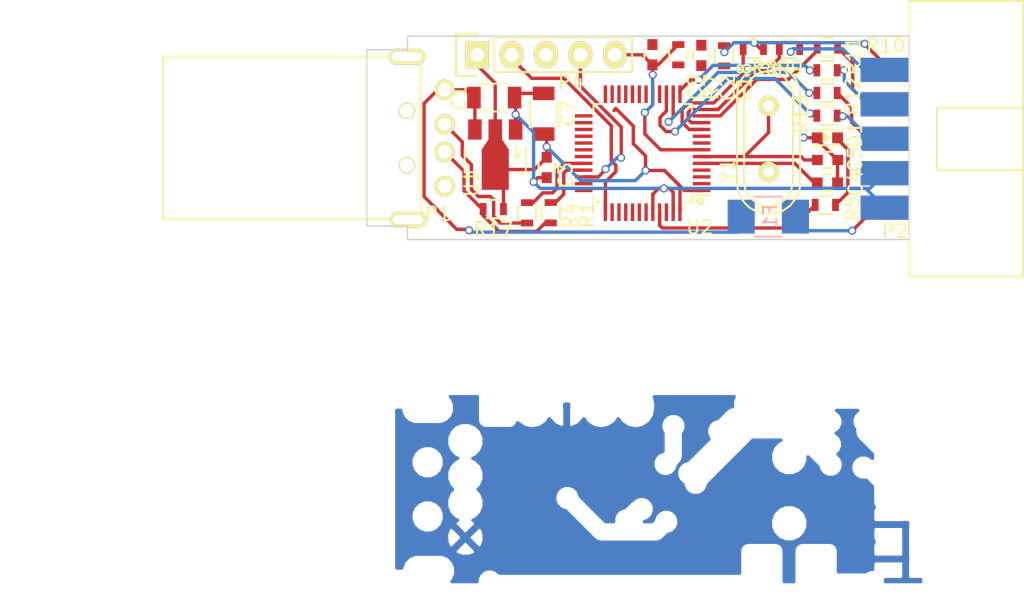
<source format=kicad_pcb>
(kicad_pcb (version 20171130) (host pcbnew 5.0.0-fee4fd1~66~ubuntu16.04.1)

  (general
    (thickness 1.6)
    (drawings 11)
    (tracks 270)
    (zones 0)
    (modules 27)
    (nets 52)
  )

  (page A4)
  (layers
    (0 F.Cu signal)
    (31 B.Cu signal)
    (32 B.Adhes user)
    (33 F.Adhes user)
    (34 B.Paste user)
    (35 F.Paste user)
    (36 B.SilkS user)
    (37 F.SilkS user)
    (38 B.Mask user)
    (39 F.Mask user)
    (40 Dwgs.User user)
    (41 Cmts.User user)
    (42 Eco1.User user)
    (43 Eco2.User user)
    (44 Edge.Cuts user)
    (45 Margin user)
    (46 B.CrtYd user)
    (47 F.CrtYd user)
    (48 B.Fab user)
    (49 F.Fab user)
  )

  (setup
    (last_trace_width 0.25)
    (trace_clearance 0.2)
    (zone_clearance 0.508)
    (zone_45_only no)
    (trace_min 0.2)
    (segment_width 0.2)
    (edge_width 0.1)
    (via_size 0.6)
    (via_drill 0.4)
    (via_min_size 0.4)
    (via_min_drill 0.3)
    (uvia_size 0.3)
    (uvia_drill 0.1)
    (uvias_allowed no)
    (uvia_min_size 0.2)
    (uvia_min_drill 0.1)
    (pcb_text_width 0.3)
    (pcb_text_size 1.5 1.5)
    (mod_edge_width 0.15)
    (mod_text_size 1 1)
    (mod_text_width 0.15)
    (pad_size 1.5 1.5)
    (pad_drill 0.6)
    (pad_to_mask_clearance 0)
    (aux_axis_origin 100.0252 115.0112)
    (visible_elements FFFFFF7F)
    (pcbplotparams
      (layerselection 0x01030_80000001)
      (usegerberextensions false)
      (usegerberattributes false)
      (usegerberadvancedattributes false)
      (creategerberjobfile false)
      (excludeedgelayer true)
      (linewidth 0.100000)
      (plotframeref false)
      (viasonmask false)
      (mode 1)
      (useauxorigin false)
      (hpglpennumber 1)
      (hpglpenspeed 20)
      (hpglpendiameter 15.000000)
      (psnegative false)
      (psa4output false)
      (plotreference true)
      (plotvalue true)
      (plotinvisibletext false)
      (padsonsilk false)
      (subtractmaskfromsilk false)
      (outputformat 1)
      (mirror false)
      (drillshape 0)
      (scaleselection 1)
      (outputdirectory "export"))
  )

  (net 0 "")
  (net 1 +5V)
  (net 2 GND)
  (net 3 +3V3)
  (net 4 /OSC_IN)
  (net 5 /OSC_OUT)
  (net 6 /RST)
  (net 7 "Net-(D1-Pad2)")
  (net 8 /5V_OUT)
  (net 9 /USB_DM)
  (net 10 /USB_DP)
  (net 11 /D1_OUT)
  (net 12 /D2_OUT)
  (net 13 /D3_OUT)
  (net 14 /D4_OUT)
  (net 15 /D0_OUT)
  (net 16 /D5_OUT)
  (net 17 /SWCLK)
  (net 18 /SWDIO)
  (net 19 /DP)
  (net 20 /DM)
  (net 21 /LED_G0)
  (net 22 /D0)
  (net 23 /D1)
  (net 24 /D2)
  (net 25 /D3)
  (net 26 /D4)
  (net 27 /D5)
  (net 28 "Net-(U2-Pad2)")
  (net 29 "Net-(U2-Pad3)")
  (net 30 "Net-(U2-Pad4)")
  (net 31 "Net-(U2-Pad16)")
  (net 32 "Net-(U2-Pad17)")
  (net 33 "Net-(U2-Pad18)")
  (net 34 "Net-(U2-Pad19)")
  (net 35 "Net-(U2-Pad21)")
  (net 36 "Net-(U2-Pad22)")
  (net 37 "Net-(U2-Pad25)")
  (net 38 "Net-(U2-Pad26)")
  (net 39 "Net-(U2-Pad27)")
  (net 40 "Net-(U2-Pad28)")
  (net 41 "Net-(U2-Pad29)")
  (net 42 /TXD)
  (net 43 /RXD)
  (net 44 "Net-(U2-Pad38)")
  (net 45 "Net-(U2-Pad39)")
  (net 46 "Net-(U2-Pad40)")
  (net 47 "Net-(U2-Pad41)")
  (net 48 "Net-(U2-Pad42)")
  (net 49 "Net-(U2-Pad43)")
  (net 50 "Net-(U2-Pad46)")
  (net 51 "Net-(P1-Pad5)")

  (net_class Default "This is the default net class."
    (clearance 0.2)
    (trace_width 0.25)
    (via_dia 0.6)
    (via_drill 0.4)
    (uvia_dia 0.3)
    (uvia_drill 0.1)
    (add_net +3V3)
    (add_net +5V)
    (add_net /5V_OUT)
    (add_net /D0)
    (add_net /D0_OUT)
    (add_net /D1)
    (add_net /D1_OUT)
    (add_net /D2)
    (add_net /D2_OUT)
    (add_net /D3)
    (add_net /D3_OUT)
    (add_net /D4)
    (add_net /D4_OUT)
    (add_net /D5)
    (add_net /D5_OUT)
    (add_net /DM)
    (add_net /DP)
    (add_net /LED_G0)
    (add_net /OSC_IN)
    (add_net /OSC_OUT)
    (add_net /RST)
    (add_net /RXD)
    (add_net /SWCLK)
    (add_net /SWDIO)
    (add_net /TXD)
    (add_net /USB_DM)
    (add_net /USB_DP)
    (add_net GND)
    (add_net "Net-(D1-Pad2)")
    (add_net "Net-(P1-Pad5)")
    (add_net "Net-(U2-Pad16)")
    (add_net "Net-(U2-Pad17)")
    (add_net "Net-(U2-Pad18)")
    (add_net "Net-(U2-Pad19)")
    (add_net "Net-(U2-Pad2)")
    (add_net "Net-(U2-Pad21)")
    (add_net "Net-(U2-Pad22)")
    (add_net "Net-(U2-Pad25)")
    (add_net "Net-(U2-Pad26)")
    (add_net "Net-(U2-Pad27)")
    (add_net "Net-(U2-Pad28)")
    (add_net "Net-(U2-Pad29)")
    (add_net "Net-(U2-Pad3)")
    (add_net "Net-(U2-Pad38)")
    (add_net "Net-(U2-Pad39)")
    (add_net "Net-(U2-Pad4)")
    (add_net "Net-(U2-Pad40)")
    (add_net "Net-(U2-Pad41)")
    (add_net "Net-(U2-Pad42)")
    (add_net "Net-(U2-Pad43)")
    (add_net "Net-(U2-Pad46)")
  )

  (module Resistors_SMD:R_1210_HandSoldering (layer B.Cu) (tedit 5AF15F99) (tstamp 5AEBFABA)
    (at 129.6035 113.3094 180)
    (descr "Resistor SMD 1210, hand soldering")
    (tags "resistor 1210")
    (path /597EEDDE)
    (attr smd)
    (fp_text reference F1 (at -0.14224 0.02032 270) (layer B.SilkS)
      (effects (font (size 1 1) (thickness 0.15)) (justify mirror))
    )
    (fp_text value 500mA (at 0 -2.7 180) (layer B.Fab) hide
      (effects (font (size 1 1) (thickness 0.15)) (justify mirror))
    )
    (fp_line (start -3.3 1.6) (end 3.3 1.6) (layer B.CrtYd) (width 0.05))
    (fp_line (start -3.3 -1.6) (end 3.3 -1.6) (layer B.CrtYd) (width 0.05))
    (fp_line (start -3.3 1.6) (end -3.3 -1.6) (layer B.CrtYd) (width 0.05))
    (fp_line (start 3.3 1.6) (end 3.3 -1.6) (layer B.CrtYd) (width 0.05))
    (fp_line (start 1 -1.475) (end -1 -1.475) (layer B.SilkS) (width 0.15))
    (fp_line (start -1 1.475) (end 1 1.475) (layer B.SilkS) (width 0.15))
    (pad 1 smd rect (at -2 0 180) (size 2 2.5) (layers B.Cu B.Paste B.Mask)
      (net 8 /5V_OUT))
    (pad 2 smd rect (at 2 0 180) (size 2 2.5) (layers B.Cu B.Paste B.Mask)
      (net 1 +5V))
    (model Resistors_SMD.3dshapes/R_1210_HandSoldering.wrl
      (at (xyz 0 0 0))
      (scale (xyz 1 1 1))
      (rotate (xyz 0 0 0))
    )
  )

  (module Pin_Headers:Pin_Header_Straight_1x05 (layer F.Cu) (tedit 5AF15EDE) (tstamp 5AEBFAFD)
    (at 108.1278 101.37648 90)
    (descr "Through hole pin header")
    (tags "pin header")
    (path /598050D5)
    (fp_text reference P4 (at -2.01168 6.92404) (layer F.SilkS)
      (effects (font (size 1 1) (thickness 0.15)))
    )
    (fp_text value CONN_01X05 (at 0 -3.1 90) (layer F.Fab) hide
      (effects (font (size 1 1) (thickness 0.15)))
    )
    (fp_line (start -1.55 0) (end -1.55 -1.55) (layer F.SilkS) (width 0.15))
    (fp_line (start -1.55 -1.55) (end 1.55 -1.55) (layer F.SilkS) (width 0.15))
    (fp_line (start 1.55 -1.55) (end 1.55 0) (layer F.SilkS) (width 0.15))
    (fp_line (start -1.75 -1.75) (end -1.75 11.95) (layer F.CrtYd) (width 0.05))
    (fp_line (start 1.75 -1.75) (end 1.75 11.95) (layer F.CrtYd) (width 0.05))
    (fp_line (start -1.75 -1.75) (end 1.75 -1.75) (layer F.CrtYd) (width 0.05))
    (fp_line (start -1.75 11.95) (end 1.75 11.95) (layer F.CrtYd) (width 0.05))
    (fp_line (start 1.27 1.27) (end 1.27 11.43) (layer F.SilkS) (width 0.15))
    (fp_line (start 1.27 11.43) (end -1.27 11.43) (layer F.SilkS) (width 0.15))
    (fp_line (start -1.27 11.43) (end -1.27 1.27) (layer F.SilkS) (width 0.15))
    (fp_line (start 1.27 1.27) (end -1.27 1.27) (layer F.SilkS) (width 0.15))
    (pad 1 thru_hole rect (at 0 0 90) (size 2.032 1.7272) (drill 1.016) (layers *.Cu *.Mask F.SilkS)
      (net 3 +3V3))
    (pad 2 thru_hole oval (at 0 2.54 90) (size 2.032 1.7272) (drill 1.016) (layers *.Cu *.Mask F.SilkS)
      (net 17 /SWCLK))
    (pad 3 thru_hole oval (at 0 5.08 90) (size 2.032 1.7272) (drill 1.016) (layers *.Cu *.Mask F.SilkS)
      (net 2 GND))
    (pad 4 thru_hole oval (at 0 7.62 90) (size 2.032 1.7272) (drill 1.016) (layers *.Cu *.Mask F.SilkS)
      (net 18 /SWDIO))
    (pad 5 thru_hole oval (at 0 10.16 90) (size 2.032 1.7272) (drill 1.016) (layers *.Cu *.Mask F.SilkS)
      (net 6 /RST))
  )

  (module Crystals:Crystal_HC49-U_Vertical (layer F.Cu) (tedit 5AF15E55) (tstamp 5AEBFC18)
    (at 129.62128 107.57408 90)
    (descr "Crystal, Quarz, HC49/U, vertical, stehend,")
    (tags "Crystal, Quarz, HC49/U, vertical, stehend,")
    (path /597EED5D)
    (fp_text reference Y1 (at -2.31648 -2.98704 270) (layer F.SilkS)
      (effects (font (size 1 1) (thickness 0.15)))
    )
    (fp_text value 8M (at 0 3.81 90) (layer F.Fab) hide
      (effects (font (size 1 1) (thickness 0.15)))
    )
    (fp_line (start 4.699 -1.00076) (end 4.89966 -0.59944) (layer F.SilkS) (width 0.15))
    (fp_line (start 4.89966 -0.59944) (end 5.00126 0) (layer F.SilkS) (width 0.15))
    (fp_line (start 5.00126 0) (end 4.89966 0.50038) (layer F.SilkS) (width 0.15))
    (fp_line (start 4.89966 0.50038) (end 4.50088 1.19888) (layer F.SilkS) (width 0.15))
    (fp_line (start 4.50088 1.19888) (end 3.8989 1.6002) (layer F.SilkS) (width 0.15))
    (fp_line (start 3.8989 1.6002) (end 3.29946 1.80086) (layer F.SilkS) (width 0.15))
    (fp_line (start 3.29946 1.80086) (end -3.29946 1.80086) (layer F.SilkS) (width 0.15))
    (fp_line (start -3.29946 1.80086) (end -4.0005 1.6002) (layer F.SilkS) (width 0.15))
    (fp_line (start -4.0005 1.6002) (end -4.39928 1.30048) (layer F.SilkS) (width 0.15))
    (fp_line (start -4.39928 1.30048) (end -4.8006 0.8001) (layer F.SilkS) (width 0.15))
    (fp_line (start -4.8006 0.8001) (end -5.00126 0.20066) (layer F.SilkS) (width 0.15))
    (fp_line (start -5.00126 0.20066) (end -5.00126 -0.29972) (layer F.SilkS) (width 0.15))
    (fp_line (start -5.00126 -0.29972) (end -4.8006 -0.8001) (layer F.SilkS) (width 0.15))
    (fp_line (start -4.8006 -0.8001) (end -4.30022 -1.39954) (layer F.SilkS) (width 0.15))
    (fp_line (start -4.30022 -1.39954) (end -3.79984 -1.69926) (layer F.SilkS) (width 0.15))
    (fp_line (start -3.79984 -1.69926) (end -3.29946 -1.80086) (layer F.SilkS) (width 0.15))
    (fp_line (start -3.2004 -1.80086) (end 3.40106 -1.80086) (layer F.SilkS) (width 0.15))
    (fp_line (start 3.40106 -1.80086) (end 3.79984 -1.69926) (layer F.SilkS) (width 0.15))
    (fp_line (start 3.79984 -1.69926) (end 4.30022 -1.39954) (layer F.SilkS) (width 0.15))
    (fp_line (start 4.30022 -1.39954) (end 4.8006 -0.89916) (layer F.SilkS) (width 0.15))
    (fp_line (start -3.19024 -2.32918) (end -3.64998 -2.28092) (layer F.SilkS) (width 0.15))
    (fp_line (start -3.64998 -2.28092) (end -4.04876 -2.16916) (layer F.SilkS) (width 0.15))
    (fp_line (start -4.04876 -2.16916) (end -4.48056 -1.95072) (layer F.SilkS) (width 0.15))
    (fp_line (start -4.48056 -1.95072) (end -4.77012 -1.71958) (layer F.SilkS) (width 0.15))
    (fp_line (start -4.77012 -1.71958) (end -5.10032 -1.36906) (layer F.SilkS) (width 0.15))
    (fp_line (start -5.10032 -1.36906) (end -5.38988 -0.83058) (layer F.SilkS) (width 0.15))
    (fp_line (start -5.38988 -0.83058) (end -5.51942 -0.23114) (layer F.SilkS) (width 0.15))
    (fp_line (start -5.51942 -0.23114) (end -5.51942 0.2794) (layer F.SilkS) (width 0.15))
    (fp_line (start -5.51942 0.2794) (end -5.34924 0.98044) (layer F.SilkS) (width 0.15))
    (fp_line (start -5.34924 0.98044) (end -4.95046 1.56972) (layer F.SilkS) (width 0.15))
    (fp_line (start -4.95046 1.56972) (end -4.49072 1.94056) (layer F.SilkS) (width 0.15))
    (fp_line (start -4.49072 1.94056) (end -4.06908 2.14884) (layer F.SilkS) (width 0.15))
    (fp_line (start -4.06908 2.14884) (end -3.6195 2.30886) (layer F.SilkS) (width 0.15))
    (fp_line (start -3.6195 2.30886) (end -3.18008 2.33934) (layer F.SilkS) (width 0.15))
    (fp_line (start 4.16052 2.1209) (end 4.53898 1.89992) (layer F.SilkS) (width 0.15))
    (fp_line (start 4.53898 1.89992) (end 4.85902 1.62052) (layer F.SilkS) (width 0.15))
    (fp_line (start 4.85902 1.62052) (end 5.11048 1.29032) (layer F.SilkS) (width 0.15))
    (fp_line (start 5.11048 1.29032) (end 5.4102 0.73914) (layer F.SilkS) (width 0.15))
    (fp_line (start 5.4102 0.73914) (end 5.51942 0.26924) (layer F.SilkS) (width 0.15))
    (fp_line (start 5.51942 0.26924) (end 5.53974 -0.1905) (layer F.SilkS) (width 0.15))
    (fp_line (start 5.53974 -0.1905) (end 5.45084 -0.65024) (layer F.SilkS) (width 0.15))
    (fp_line (start 5.45084 -0.65024) (end 5.26034 -1.09982) (layer F.SilkS) (width 0.15))
    (fp_line (start 5.26034 -1.09982) (end 4.89966 -1.56972) (layer F.SilkS) (width 0.15))
    (fp_line (start 4.89966 -1.56972) (end 4.54914 -1.88976) (layer F.SilkS) (width 0.15))
    (fp_line (start 4.54914 -1.88976) (end 4.16052 -2.1209) (layer F.SilkS) (width 0.15))
    (fp_line (start 4.16052 -2.1209) (end 3.73126 -2.2606) (layer F.SilkS) (width 0.15))
    (fp_line (start 3.73126 -2.2606) (end 3.2893 -2.32918) (layer F.SilkS) (width 0.15))
    (fp_line (start -3.2004 2.32918) (end 3.2512 2.32918) (layer F.SilkS) (width 0.15))
    (fp_line (start 3.2512 2.32918) (end 3.6703 2.29108) (layer F.SilkS) (width 0.15))
    (fp_line (start 3.6703 2.29108) (end 4.16052 2.1209) (layer F.SilkS) (width 0.15))
    (fp_line (start -3.2004 -2.32918) (end 3.2512 -2.32918) (layer F.SilkS) (width 0.15))
    (pad 1 thru_hole circle (at -2.44094 0 90) (size 1.50114 1.50114) (drill 0.8001) (layers *.Cu *.Mask F.SilkS)
      (net 4 /OSC_IN))
    (pad 2 thru_hole circle (at 2.44094 0 90) (size 1.50114 1.50114) (drill 0.8001) (layers *.Cu *.Mask F.SilkS)
      (net 5 /OSC_OUT))
    (model ${KISYS3DMOD}/Crystal.3dshapes/Crystal_HC49-4H_Vertical.step
      (offset (xyz -2.5 0 0))
      (scale (xyz 1 1 1))
      (rotate (xyz 0 0 0))
    )
  )

  (module Capacitors_SMD:C_1206 (layer F.Cu) (tedit 5AF1A608) (tstamp 5AF13FA5)
    (at 109.39272 104.53116)
    (descr "Capacitor SMD 1206, reflow soldering, AVX (see smccp.pdf)")
    (tags "capacitor 1206")
    (path /599FC129)
    (attr smd)
    (fp_text reference C1 (at -2.57556 0.03048 90) (layer F.SilkS)
      (effects (font (size 1 1) (thickness 0.15)))
    )
    (fp_text value 10u (at 0 2.3) (layer F.Fab) hide
      (effects (font (size 1 1) (thickness 0.15)))
    )
    (fp_line (start -2.3 -1.15) (end 2.3 -1.15) (layer F.CrtYd) (width 0.05))
    (fp_line (start -2.3 1.15) (end 2.3 1.15) (layer F.CrtYd) (width 0.05))
    (fp_line (start -2.3 -1.15) (end -2.3 1.15) (layer F.CrtYd) (width 0.05))
    (fp_line (start 2.3 -1.15) (end 2.3 1.15) (layer F.CrtYd) (width 0.05))
    (fp_line (start 1 -1.025) (end -1 -1.025) (layer F.SilkS) (width 0.15))
    (fp_line (start -1 1.025) (end 1 1.025) (layer F.SilkS) (width 0.15))
    (pad 1 smd rect (at -1.5 0) (size 1 1.6) (layers F.Cu F.Paste F.Mask)
      (net 1 +5V))
    (pad 2 smd rect (at 1.5 0) (size 1 1.6) (layers F.Cu F.Paste F.Mask)
      (net 2 GND))
    (model ${KISYS3DMOD}/Capacitor_SMD.3dshapes/C_1206_3216Metric.step
      (at (xyz 0 0 0))
      (scale (xyz 1 1 1))
      (rotate (xyz 0 0 0))
    )
  )

  (module Capacitors_SMD:C_1206 (layer F.Cu) (tedit 5AF1A60C) (tstamp 5AF13FB0)
    (at 113.03508 105.71988 90)
    (descr "Capacitor SMD 1206, reflow soldering, AVX (see smccp.pdf)")
    (tags "capacitor 1206")
    (path /597F6FDF)
    (attr smd)
    (fp_text reference C7 (at 0.02032 1.8034 270) (layer F.SilkS)
      (effects (font (size 1 1) (thickness 0.15)))
    )
    (fp_text value 10u (at 0 2.3 90) (layer F.Fab) hide
      (effects (font (size 1 1) (thickness 0.15)))
    )
    (fp_line (start -2.3 -1.15) (end 2.3 -1.15) (layer F.CrtYd) (width 0.05))
    (fp_line (start -2.3 1.15) (end 2.3 1.15) (layer F.CrtYd) (width 0.05))
    (fp_line (start -2.3 -1.15) (end -2.3 1.15) (layer F.CrtYd) (width 0.05))
    (fp_line (start 2.3 -1.15) (end 2.3 1.15) (layer F.CrtYd) (width 0.05))
    (fp_line (start 1 -1.025) (end -1 -1.025) (layer F.SilkS) (width 0.15))
    (fp_line (start -1 1.025) (end 1 1.025) (layer F.SilkS) (width 0.15))
    (pad 1 smd rect (at -1.5 0 90) (size 1 1.6) (layers F.Cu F.Paste F.Mask)
      (net 3 +3V3))
    (pad 2 smd rect (at 1.5 0 90) (size 1 1.6) (layers F.Cu F.Paste F.Mask)
      (net 2 GND))
    (model ${KISYS3DMOD}/Capacitor_SMD.3dshapes/C_1206_3216Metric.step
      (at (xyz 0 0 0))
      (scale (xyz 1 1 1))
      (rotate (xyz 0 0 0))
    )
  )

  (module Resistors_SMD:R_0603 (layer F.Cu) (tedit 5AF15EC4) (tstamp 5AF13FBB)
    (at 113.55832 113.01984 270)
    (descr "Resistor SMD 0603, reflow soldering, Vishay (see dcrcw.pdf)")
    (tags "resistor 0603")
    (path /59801D02)
    (attr smd)
    (fp_text reference R1 (at 0.17272 -2.66192 270) (layer F.SilkS)
      (effects (font (size 1 1) (thickness 0.15)))
    )
    (fp_text value 22 (at 0 1.9 270) (layer F.Fab) hide
      (effects (font (size 1 1) (thickness 0.15)))
    )
    (fp_line (start -1.3 -0.8) (end 1.3 -0.8) (layer F.CrtYd) (width 0.05))
    (fp_line (start -1.3 0.8) (end 1.3 0.8) (layer F.CrtYd) (width 0.05))
    (fp_line (start -1.3 -0.8) (end -1.3 0.8) (layer F.CrtYd) (width 0.05))
    (fp_line (start 1.3 -0.8) (end 1.3 0.8) (layer F.CrtYd) (width 0.05))
    (fp_line (start 0.5 0.675) (end -0.5 0.675) (layer F.SilkS) (width 0.15))
    (fp_line (start -0.5 -0.675) (end 0.5 -0.675) (layer F.SilkS) (width 0.15))
    (pad 1 smd rect (at -0.75 0 270) (size 0.5 0.9) (layers F.Cu F.Paste F.Mask)
      (net 19 /DP))
    (pad 2 smd rect (at 0.75 0 270) (size 0.5 0.9) (layers F.Cu F.Paste F.Mask)
      (net 10 /USB_DP))
    (model ${KISYS3DMOD}/Resistor_SMD.3dshapes/R_0603_1608Metric.step
      (at (xyz 0 0 0))
      (scale (xyz 1 1 1))
      (rotate (xyz 0 0 0))
    )
  )

  (module Resistors_SMD:R_0603 (layer F.Cu) (tedit 5AF2B163) (tstamp 5AF13FC6)
    (at 111.8108 113.03 270)
    (descr "Resistor SMD 0603, reflow soldering, Vishay (see dcrcw.pdf)")
    (tags "resistor 0603")
    (path /59801AFD)
    (attr smd)
    (fp_text reference R4 (at 0.2032 -3.175 270) (layer F.SilkS)
      (effects (font (size 1 1) (thickness 0.15)))
    )
    (fp_text value 22 (at 0 1.9 270) (layer F.Fab) hide
      (effects (font (size 1 1) (thickness 0.15)))
    )
    (fp_line (start -1.3 -0.8) (end 1.3 -0.8) (layer F.CrtYd) (width 0.05))
    (fp_line (start -1.3 0.8) (end 1.3 0.8) (layer F.CrtYd) (width 0.05))
    (fp_line (start -1.3 -0.8) (end -1.3 0.8) (layer F.CrtYd) (width 0.05))
    (fp_line (start 1.3 -0.8) (end 1.3 0.8) (layer F.CrtYd) (width 0.05))
    (fp_line (start 0.5 0.675) (end -0.5 0.675) (layer F.SilkS) (width 0.15))
    (fp_line (start -0.5 -0.675) (end 0.5 -0.675) (layer F.SilkS) (width 0.15))
    (pad 1 smd rect (at -0.75 0 270) (size 0.5 0.9) (layers F.Cu F.Paste F.Mask)
      (net 20 /DM))
    (pad 2 smd rect (at 0.75 0 270) (size 0.5 0.9) (layers F.Cu F.Paste F.Mask)
      (net 9 /USB_DM))
    (model ${KISYS3DMOD}/Resistor_SMD.3dshapes/R_0603_1608Metric.step
      (at (xyz 0 0 0))
      (scale (xyz 1 1 1))
      (rotate (xyz 0 0 0))
    )
  )

  (module Resistors_SMD:R_0603 (layer F.Cu) (tedit 5AF2B16B) (tstamp 5AF13FD1)
    (at 109.3216 112.7506 180)
    (descr "Resistor SMD 0603, reflow soldering, Vishay (see dcrcw.pdf)")
    (tags "resistor 0603")
    (path /59816052)
    (attr smd)
    (fp_text reference R17 (at -0.0127 -1.4986 180) (layer F.SilkS)
      (effects (font (size 1 1) (thickness 0.15)))
    )
    (fp_text value 1k5 (at 0 1.9 180) (layer F.Fab) hide
      (effects (font (size 1 1) (thickness 0.15)))
    )
    (fp_line (start -1.3 -0.8) (end 1.3 -0.8) (layer F.CrtYd) (width 0.05))
    (fp_line (start -1.3 0.8) (end 1.3 0.8) (layer F.CrtYd) (width 0.05))
    (fp_line (start -1.3 -0.8) (end -1.3 0.8) (layer F.CrtYd) (width 0.05))
    (fp_line (start 1.3 -0.8) (end 1.3 0.8) (layer F.CrtYd) (width 0.05))
    (fp_line (start 0.5 0.675) (end -0.5 0.675) (layer F.SilkS) (width 0.15))
    (fp_line (start -0.5 -0.675) (end 0.5 -0.675) (layer F.SilkS) (width 0.15))
    (pad 1 smd rect (at -0.75 0 180) (size 0.5 0.9) (layers F.Cu F.Paste F.Mask)
      (net 3 +3V3))
    (pad 2 smd rect (at 0.75 0 180) (size 0.5 0.9) (layers F.Cu F.Paste F.Mask)
      (net 10 /USB_DP))
    (model Resistors_SMD.3dshapes/R_0603.wrl
      (at (xyz 0 0 0))
      (scale (xyz 1 1 1))
      (rotate (xyz 0 0 0))
    )
    (model ${KISYS3DMOD}/Resistor_SMD.3dshapes/R_0603_1608Metric.step
      (at (xyz 0 0 0))
      (scale (xyz 1 1 1))
      (rotate (xyz 0 0 0))
    )
  )

  (module Housings_QFP:LQFP-48_7x7mm_Pitch0.5mm (layer F.Cu) (tedit 5AF1A91F) (tstamp 5AF13FDC)
    (at 120.33758 108.63072 180)
    (descr "48 LEAD LQFP 7x7mm (see MICREL LQFP7x7-48LD-PL-1.pdf)")
    (tags "QFP 0.5")
    (path /597ED686)
    (attr smd)
    (fp_text reference U2 (at -4.21132 -5.46354 180) (layer F.SilkS)
      (effects (font (size 1 1) (thickness 0.15)))
    )
    (fp_text value STM32F103CB (at 0 6 180) (layer F.Fab) hide
      (effects (font (size 1 1) (thickness 0.15)))
    )
    (fp_line (start -5.25 -5.25) (end -5.25 5.25) (layer F.CrtYd) (width 0.05))
    (fp_line (start 5.25 -5.25) (end 5.25 5.25) (layer F.CrtYd) (width 0.05))
    (fp_line (start -5.25 -5.25) (end 5.25 -5.25) (layer F.CrtYd) (width 0.05))
    (fp_line (start -5.25 5.25) (end 5.25 5.25) (layer F.CrtYd) (width 0.05))
    (fp_line (start -3.625 -3.625) (end -3.625 -3.1) (layer F.SilkS) (width 0.15))
    (fp_line (start 3.625 -3.625) (end 3.625 -3.1) (layer F.SilkS) (width 0.15))
    (fp_line (start 3.625 3.625) (end 3.625 3.1) (layer F.SilkS) (width 0.15))
    (fp_line (start -3.625 3.625) (end -3.625 3.1) (layer F.SilkS) (width 0.15))
    (fp_line (start -3.625 -3.625) (end -3.1 -3.625) (layer F.SilkS) (width 0.15))
    (fp_line (start -3.625 3.625) (end -3.1 3.625) (layer F.SilkS) (width 0.15))
    (fp_line (start 3.625 3.625) (end 3.1 3.625) (layer F.SilkS) (width 0.15))
    (fp_line (start 3.625 -3.625) (end 3.1 -3.625) (layer F.SilkS) (width 0.15))
    (fp_line (start -3.625 -3.1) (end -5 -3.1) (layer F.SilkS) (width 0.15))
    (pad 1 smd rect (at -4.35 -2.75 180) (size 1.3 0.25) (layers F.Cu F.Paste F.Mask)
      (net 3 +3V3))
    (pad 2 smd rect (at -4.35 -2.25 180) (size 1.3 0.25) (layers F.Cu F.Paste F.Mask)
      (net 28 "Net-(U2-Pad2)"))
    (pad 3 smd rect (at -4.35 -1.75 180) (size 1.3 0.25) (layers F.Cu F.Paste F.Mask)
      (net 29 "Net-(U2-Pad3)"))
    (pad 4 smd rect (at -4.35 -1.25 180) (size 1.3 0.25) (layers F.Cu F.Paste F.Mask)
      (net 30 "Net-(U2-Pad4)"))
    (pad 5 smd rect (at -4.35 -0.75 180) (size 1.3 0.25) (layers F.Cu F.Paste F.Mask)
      (net 4 /OSC_IN))
    (pad 6 smd rect (at -4.35 -0.25 180) (size 1.3 0.25) (layers F.Cu F.Paste F.Mask)
      (net 5 /OSC_OUT))
    (pad 7 smd rect (at -4.35 0.25 180) (size 1.3 0.25) (layers F.Cu F.Paste F.Mask)
      (net 6 /RST))
    (pad 8 smd rect (at -4.35 0.75 180) (size 1.3 0.25) (layers F.Cu F.Paste F.Mask)
      (net 2 GND))
    (pad 9 smd rect (at -4.35 1.25 180) (size 1.3 0.25) (layers F.Cu F.Paste F.Mask)
      (net 3 +3V3))
    (pad 10 smd rect (at -4.35 1.75 180) (size 1.3 0.25) (layers F.Cu F.Paste F.Mask)
      (net 22 /D0))
    (pad 11 smd rect (at -4.35 2.25 180) (size 1.3 0.25) (layers F.Cu F.Paste F.Mask)
      (net 23 /D1))
    (pad 12 smd rect (at -4.35 2.75 180) (size 1.3 0.25) (layers F.Cu F.Paste F.Mask)
      (net 24 /D2))
    (pad 13 smd rect (at -2.75 4.35 270) (size 1.3 0.25) (layers F.Cu F.Paste F.Mask)
      (net 25 /D3))
    (pad 14 smd rect (at -2.25 4.35 270) (size 1.3 0.25) (layers F.Cu F.Paste F.Mask)
      (net 26 /D4))
    (pad 15 smd rect (at -1.75 4.35 270) (size 1.3 0.25) (layers F.Cu F.Paste F.Mask)
      (net 27 /D5))
    (pad 16 smd rect (at -1.25 4.35 270) (size 1.3 0.25) (layers F.Cu F.Paste F.Mask)
      (net 31 "Net-(U2-Pad16)"))
    (pad 17 smd rect (at -0.75 4.35 270) (size 1.3 0.25) (layers F.Cu F.Paste F.Mask)
      (net 32 "Net-(U2-Pad17)"))
    (pad 18 smd rect (at -0.25 4.35 270) (size 1.3 0.25) (layers F.Cu F.Paste F.Mask)
      (net 33 "Net-(U2-Pad18)"))
    (pad 19 smd rect (at 0.25 4.35 270) (size 1.3 0.25) (layers F.Cu F.Paste F.Mask)
      (net 34 "Net-(U2-Pad19)"))
    (pad 20 smd rect (at 0.75 4.35 270) (size 1.3 0.25) (layers F.Cu F.Paste F.Mask)
      (net 2 GND))
    (pad 21 smd rect (at 1.25 4.35 270) (size 1.3 0.25) (layers F.Cu F.Paste F.Mask)
      (net 35 "Net-(U2-Pad21)"))
    (pad 22 smd rect (at 1.75 4.35 270) (size 1.3 0.25) (layers F.Cu F.Paste F.Mask)
      (net 36 "Net-(U2-Pad22)"))
    (pad 23 smd rect (at 2.25 4.35 270) (size 1.3 0.25) (layers F.Cu F.Paste F.Mask)
      (net 2 GND))
    (pad 24 smd rect (at 2.75 4.35 270) (size 1.3 0.25) (layers F.Cu F.Paste F.Mask)
      (net 3 +3V3))
    (pad 25 smd rect (at 4.35 2.75 180) (size 1.3 0.25) (layers F.Cu F.Paste F.Mask)
      (net 37 "Net-(U2-Pad25)"))
    (pad 26 smd rect (at 4.35 2.25 180) (size 1.3 0.25) (layers F.Cu F.Paste F.Mask)
      (net 38 "Net-(U2-Pad26)"))
    (pad 27 smd rect (at 4.35 1.75 180) (size 1.3 0.25) (layers F.Cu F.Paste F.Mask)
      (net 39 "Net-(U2-Pad27)"))
    (pad 28 smd rect (at 4.35 1.25 180) (size 1.3 0.25) (layers F.Cu F.Paste F.Mask)
      (net 40 "Net-(U2-Pad28)"))
    (pad 29 smd rect (at 4.35 0.75 180) (size 1.3 0.25) (layers F.Cu F.Paste F.Mask)
      (net 41 "Net-(U2-Pad29)"))
    (pad 30 smd rect (at 4.35 0.25 180) (size 1.3 0.25) (layers F.Cu F.Paste F.Mask)
      (net 42 /TXD))
    (pad 31 smd rect (at 4.35 -0.25 180) (size 1.3 0.25) (layers F.Cu F.Paste F.Mask)
      (net 43 /RXD))
    (pad 32 smd rect (at 4.35 -0.75 180) (size 1.3 0.25) (layers F.Cu F.Paste F.Mask)
      (net 20 /DM))
    (pad 33 smd rect (at 4.35 -1.25 180) (size 1.3 0.25) (layers F.Cu F.Paste F.Mask)
      (net 19 /DP))
    (pad 34 smd rect (at 4.35 -1.75 180) (size 1.3 0.25) (layers F.Cu F.Paste F.Mask)
      (net 18 /SWDIO))
    (pad 35 smd rect (at 4.35 -2.25 180) (size 1.3 0.25) (layers F.Cu F.Paste F.Mask)
      (net 2 GND))
    (pad 36 smd rect (at 4.35 -2.75 180) (size 1.3 0.25) (layers F.Cu F.Paste F.Mask)
      (net 3 +3V3))
    (pad 37 smd rect (at 2.75 -4.35 270) (size 1.3 0.25) (layers F.Cu F.Paste F.Mask)
      (net 17 /SWCLK))
    (pad 38 smd rect (at 2.25 -4.35 270) (size 1.3 0.25) (layers F.Cu F.Paste F.Mask)
      (net 44 "Net-(U2-Pad38)"))
    (pad 39 smd rect (at 1.75 -4.35 270) (size 1.3 0.25) (layers F.Cu F.Paste F.Mask)
      (net 45 "Net-(U2-Pad39)"))
    (pad 40 smd rect (at 1.25 -4.35 270) (size 1.3 0.25) (layers F.Cu F.Paste F.Mask)
      (net 46 "Net-(U2-Pad40)"))
    (pad 41 smd rect (at 0.75 -4.35 270) (size 1.3 0.25) (layers F.Cu F.Paste F.Mask)
      (net 47 "Net-(U2-Pad41)"))
    (pad 42 smd rect (at 0.25 -4.35 270) (size 1.3 0.25) (layers F.Cu F.Paste F.Mask)
      (net 48 "Net-(U2-Pad42)"))
    (pad 43 smd rect (at -0.25 -4.35 270) (size 1.3 0.25) (layers F.Cu F.Paste F.Mask)
      (net 49 "Net-(U2-Pad43)"))
    (pad 44 smd rect (at -0.75 -4.35 270) (size 1.3 0.25) (layers F.Cu F.Paste F.Mask)
      (net 2 GND))
    (pad 45 smd rect (at -1.25 -4.35 270) (size 1.3 0.25) (layers F.Cu F.Paste F.Mask)
      (net 21 /LED_G0))
    (pad 46 smd rect (at -1.75 -4.35 270) (size 1.3 0.25) (layers F.Cu F.Paste F.Mask)
      (net 50 "Net-(U2-Pad46)"))
    (pad 47 smd rect (at -2.25 -4.35 270) (size 1.3 0.25) (layers F.Cu F.Paste F.Mask)
      (net 2 GND))
    (pad 48 smd rect (at -2.75 -4.35 270) (size 1.3 0.25) (layers F.Cu F.Paste F.Mask)
      (net 3 +3V3))
    (model ${KISYS3DMOD}/Package_QFP.3dshapes/LQFP-48_7x7mm_P0.5mm.step
      (at (xyz 0 0 0))
      (scale (xyz 1 1 1))
      (rotate (xyz 0 0 0))
    )
  )

  (module Capacitors_SMD:C_0603 (layer F.Cu) (tedit 5AF15E63) (tstamp 5AF16BE8)
    (at 124.6632 101.4222 90)
    (descr "Capacitor SMD 0603, reflow soldering, AVX (see smccp.pdf)")
    (tags "capacitor 0603")
    (path /5983C1FA)
    (attr smd)
    (fp_text reference C2 (at -2.4003 1.9558 270) (layer F.SilkS)
      (effects (font (size 1 1) (thickness 0.15)))
    )
    (fp_text value 0.1u (at 0 1.9 90) (layer F.Fab) hide
      (effects (font (size 1 1) (thickness 0.15)))
    )
    (fp_line (start -1.45 -0.75) (end 1.45 -0.75) (layer F.CrtYd) (width 0.05))
    (fp_line (start -1.45 0.75) (end 1.45 0.75) (layer F.CrtYd) (width 0.05))
    (fp_line (start -1.45 -0.75) (end -1.45 0.75) (layer F.CrtYd) (width 0.05))
    (fp_line (start 1.45 -0.75) (end 1.45 0.75) (layer F.CrtYd) (width 0.05))
    (fp_line (start -0.35 -0.6) (end 0.35 -0.6) (layer F.SilkS) (width 0.15))
    (fp_line (start 0.35 0.6) (end -0.35 0.6) (layer F.SilkS) (width 0.15))
    (pad 1 smd rect (at -0.75 0 90) (size 0.8 0.75) (layers F.Cu F.Paste F.Mask)
      (net 3 +3V3))
    (pad 2 smd rect (at 0.75 0 90) (size 0.8 0.75) (layers F.Cu F.Paste F.Mask)
      (net 2 GND))
    (model ${KISYS3DMOD}/Capacitor_SMD.3dshapes/C_0603_1608Metric.step
      (at (xyz 0 0 0))
      (scale (xyz 1 1 1))
      (rotate (xyz 0 0 0))
    )
  )

  (module Capacitors_SMD:C_0603 (layer F.Cu) (tedit 5AF2B178) (tstamp 5AF16BF3)
    (at 113.26114 109.68228 270)
    (descr "Capacitor SMD 0603, reflow soldering, AVX (see smccp.pdf)")
    (tags "capacitor 0603")
    (path /5983C2A3)
    (attr smd)
    (fp_text reference C3 (at 0.56642 -1.39446 270) (layer F.SilkS)
      (effects (font (size 1 1) (thickness 0.15)))
    )
    (fp_text value 0.1u (at 0 1.9 270) (layer F.Fab) hide
      (effects (font (size 1 1) (thickness 0.15)))
    )
    (fp_line (start -1.45 -0.75) (end 1.45 -0.75) (layer F.CrtYd) (width 0.05))
    (fp_line (start -1.45 0.75) (end 1.45 0.75) (layer F.CrtYd) (width 0.05))
    (fp_line (start -1.45 -0.75) (end -1.45 0.75) (layer F.CrtYd) (width 0.05))
    (fp_line (start 1.45 -0.75) (end 1.45 0.75) (layer F.CrtYd) (width 0.05))
    (fp_line (start -0.35 -0.6) (end 0.35 -0.6) (layer F.SilkS) (width 0.15))
    (fp_line (start 0.35 0.6) (end -0.35 0.6) (layer F.SilkS) (width 0.15))
    (pad 1 smd rect (at -0.75 0 270) (size 0.8 0.75) (layers F.Cu F.Paste F.Mask)
      (net 3 +3V3))
    (pad 2 smd rect (at 0.75 0 270) (size 0.8 0.75) (layers F.Cu F.Paste F.Mask)
      (net 2 GND))
    (model ${KISYS3DMOD}/Capacitor_SMD.3dshapes/C_0603_1608Metric.step
      (at (xyz 0 0 0))
      (scale (xyz 1 1 1))
      (rotate (xyz 0 0 0))
    )
  )

  (module Capacitors_SMD:C_0603 (layer F.Cu) (tedit 5AF15E6B) (tstamp 5AF16BFE)
    (at 121.0564 101.3714 270)
    (descr "Capacitor SMD 0603, reflow soldering, AVX (see smccp.pdf)")
    (tags "capacitor 0603")
    (path /597F62F4)
    (attr smd)
    (fp_text reference C9 (at 2.3876 -3.1496 90) (layer F.SilkS)
      (effects (font (size 1 1) (thickness 0.15)))
    )
    (fp_text value 0.1u (at 0 1.9 270) (layer F.Fab) hide
      (effects (font (size 1 1) (thickness 0.15)))
    )
    (fp_line (start -1.45 -0.75) (end 1.45 -0.75) (layer F.CrtYd) (width 0.05))
    (fp_line (start -1.45 0.75) (end 1.45 0.75) (layer F.CrtYd) (width 0.05))
    (fp_line (start -1.45 -0.75) (end -1.45 0.75) (layer F.CrtYd) (width 0.05))
    (fp_line (start 1.45 -0.75) (end 1.45 0.75) (layer F.CrtYd) (width 0.05))
    (fp_line (start -0.35 -0.6) (end 0.35 -0.6) (layer F.SilkS) (width 0.15))
    (fp_line (start 0.35 0.6) (end -0.35 0.6) (layer F.SilkS) (width 0.15))
    (pad 1 smd rect (at -0.75 0 270) (size 0.8 0.75) (layers F.Cu F.Paste F.Mask)
      (net 2 GND))
    (pad 2 smd rect (at 0.75 0 270) (size 0.8 0.75) (layers F.Cu F.Paste F.Mask)
      (net 6 /RST))
    (model ${KISYS3DMOD}/Capacitor_SMD.3dshapes/C_0603_1608Metric.step
      (at (xyz 0 0 0))
      (scale (xyz 1 1 1))
      (rotate (xyz 0 0 0))
    )
  )

  (module Resistors_SMD:R_0603 (layer F.Cu) (tedit 5AF15F16) (tstamp 5AF24BCD)
    (at 122.9614 101.3714 90)
    (descr "Resistor SMD 0603, reflow soldering, Vishay (see dcrcw.pdf)")
    (tags "resistor 0603")
    (path /597EF072)
    (attr smd)
    (fp_text reference R7 (at -2.3876 2.4511 90) (layer F.SilkS)
      (effects (font (size 1 1) (thickness 0.15)))
    )
    (fp_text value 10k (at 0 1.9 90) (layer F.Fab) hide
      (effects (font (size 1 1) (thickness 0.15)))
    )
    (fp_line (start -1.3 -0.8) (end 1.3 -0.8) (layer F.CrtYd) (width 0.05))
    (fp_line (start -1.3 0.8) (end 1.3 0.8) (layer F.CrtYd) (width 0.05))
    (fp_line (start -1.3 -0.8) (end -1.3 0.8) (layer F.CrtYd) (width 0.05))
    (fp_line (start 1.3 -0.8) (end 1.3 0.8) (layer F.CrtYd) (width 0.05))
    (fp_line (start 0.5 0.675) (end -0.5 0.675) (layer F.SilkS) (width 0.15))
    (fp_line (start -0.5 -0.675) (end 0.5 -0.675) (layer F.SilkS) (width 0.15))
    (pad 1 smd rect (at -0.75 0 90) (size 0.5 0.9) (layers F.Cu F.Paste F.Mask)
      (net 3 +3V3))
    (pad 2 smd rect (at 0.75 0 90) (size 0.5 0.9) (layers F.Cu F.Paste F.Mask)
      (net 6 /RST))
    (model ${KISYS3DMOD}/Resistor_SMD.3dshapes/R_0603_1608Metric.step
      (at (xyz 0 0 0))
      (scale (xyz 1 1 1))
      (rotate (xyz 0 0 0))
    )
  )

  (module Capacitors_SMD:C_0603 (layer F.Cu) (tedit 5AF25222) (tstamp 5AF24BF9)
    (at 133.9596 110.7948)
    (descr "Capacitor SMD 0603, reflow soldering, AVX (see smccp.pdf)")
    (tags "capacitor 0603")
    (path /597EEC9B)
    (attr smd)
    (fp_text reference C4 (at 2.0828 0.0762 90) (layer F.SilkS)
      (effects (font (size 1 1) (thickness 0.15)))
    )
    (fp_text value 27p (at 0 1.9) (layer F.Fab) hide
      (effects (font (size 1 1) (thickness 0.15)))
    )
    (fp_line (start -1.45 -0.75) (end 1.45 -0.75) (layer F.CrtYd) (width 0.05))
    (fp_line (start -1.45 0.75) (end 1.45 0.75) (layer F.CrtYd) (width 0.05))
    (fp_line (start -1.45 -0.75) (end -1.45 0.75) (layer F.CrtYd) (width 0.05))
    (fp_line (start 1.45 -0.75) (end 1.45 0.75) (layer F.CrtYd) (width 0.05))
    (fp_line (start -0.35 -0.6) (end 0.35 -0.6) (layer F.SilkS) (width 0.15))
    (fp_line (start 0.35 0.6) (end -0.35 0.6) (layer F.SilkS) (width 0.15))
    (pad 1 smd rect (at -0.75 0) (size 0.8 0.75) (layers F.Cu F.Paste F.Mask)
      (net 4 /OSC_IN))
    (pad 2 smd rect (at 0.75 0) (size 0.8 0.75) (layers F.Cu F.Paste F.Mask)
      (net 2 GND))
    (model ${KISYS3DMOD}/Capacitor_SMD.3dshapes/C_0603_1608Metric.step
      (at (xyz 0 0 0))
      (scale (xyz 1 1 1))
      (rotate (xyz 0 0 0))
    )
  )

  (module Capacitors_SMD:C_0603 (layer F.Cu) (tedit 5AF2521F) (tstamp 5AF24C04)
    (at 133.9723 109.1311)
    (descr "Capacitor SMD 0603, reflow soldering, AVX (see smccp.pdf)")
    (tags "capacitor 0603")
    (path /597EECF2)
    (attr smd)
    (fp_text reference C5 (at 2.032 -0.0508 90) (layer F.SilkS)
      (effects (font (size 1 1) (thickness 0.15)))
    )
    (fp_text value 27p (at 0 1.9) (layer F.Fab) hide
      (effects (font (size 1 1) (thickness 0.15)))
    )
    (fp_line (start -1.45 -0.75) (end 1.45 -0.75) (layer F.CrtYd) (width 0.05))
    (fp_line (start -1.45 0.75) (end 1.45 0.75) (layer F.CrtYd) (width 0.05))
    (fp_line (start -1.45 -0.75) (end -1.45 0.75) (layer F.CrtYd) (width 0.05))
    (fp_line (start 1.45 -0.75) (end 1.45 0.75) (layer F.CrtYd) (width 0.05))
    (fp_line (start -0.35 -0.6) (end 0.35 -0.6) (layer F.SilkS) (width 0.15))
    (fp_line (start 0.35 0.6) (end -0.35 0.6) (layer F.SilkS) (width 0.15))
    (pad 1 smd rect (at -0.75 0) (size 0.8 0.75) (layers F.Cu F.Paste F.Mask)
      (net 5 /OSC_OUT))
    (pad 2 smd rect (at 0.75 0) (size 0.8 0.75) (layers F.Cu F.Paste F.Mask)
      (net 2 GND))
    (model ${KISYS3DMOD}/Capacitor_SMD.3dshapes/C_0603_1608Metric.step
      (at (xyz 0 0 0))
      (scale (xyz 1 1 1))
      (rotate (xyz 0 0 0))
    )
  )

  (module Resistors_SMD:R_0603 (layer F.Cu) (tedit 5AF25225) (tstamp 5AF24F63)
    (at 133.8072 112.4458 180)
    (descr "Resistor SMD 0603, reflow soldering, Vishay (see dcrcw.pdf)")
    (tags "resistor 0603")
    (path /597FA3C5)
    (attr smd)
    (fp_text reference R5 (at -2.032 -0.254 270) (layer F.SilkS)
      (effects (font (size 1 1) (thickness 0.15)))
    )
    (fp_text value 470 (at 0 1.9 180) (layer F.Fab) hide
      (effects (font (size 1 1) (thickness 0.15)))
    )
    (fp_line (start -1.3 -0.8) (end 1.3 -0.8) (layer F.CrtYd) (width 0.05))
    (fp_line (start -1.3 0.8) (end 1.3 0.8) (layer F.CrtYd) (width 0.05))
    (fp_line (start -1.3 -0.8) (end -1.3 0.8) (layer F.CrtYd) (width 0.05))
    (fp_line (start 1.3 -0.8) (end 1.3 0.8) (layer F.CrtYd) (width 0.05))
    (fp_line (start 0.5 0.675) (end -0.5 0.675) (layer F.SilkS) (width 0.15))
    (fp_line (start -0.5 -0.675) (end 0.5 -0.675) (layer F.SilkS) (width 0.15))
    (pad 1 smd rect (at -0.75 0 180) (size 0.5 0.9) (layers F.Cu F.Paste F.Mask)
      (net 7 "Net-(D1-Pad2)"))
    (pad 2 smd rect (at 0.75 0 180) (size 0.5 0.9) (layers F.Cu F.Paste F.Mask)
      (net 21 /LED_G0))
    (model ${KISYS3DMOD}/Resistor_SMD.3dshapes/R_0603_1608Metric.step
      (at (xyz 0 0 0))
      (scale (xyz 1 1 1))
      (rotate (xyz 0 0 0))
    )
  )

  (module Resistors_SMD:R_0603 (layer F.Cu) (tedit 5AF2AA9E) (tstamp 5AF24F6E)
    (at 128.4986 100.9396 180)
    (descr "Resistor SMD 0603, reflow soldering, Vishay (see dcrcw.pdf)")
    (tags "resistor 0603")
    (path /59802F35)
    (attr smd)
    (fp_text reference R8 (at -0.8382 -1.4224 180) (layer F.SilkS)
      (effects (font (size 1 1) (thickness 0.15)))
    )
    (fp_text value 22 (at 0 1.9 180) (layer F.Fab) hide
      (effects (font (size 1 1) (thickness 0.15)))
    )
    (fp_line (start -1.3 -0.8) (end 1.3 -0.8) (layer F.CrtYd) (width 0.05))
    (fp_line (start -1.3 0.8) (end 1.3 0.8) (layer F.CrtYd) (width 0.05))
    (fp_line (start -1.3 -0.8) (end -1.3 0.8) (layer F.CrtYd) (width 0.05))
    (fp_line (start 1.3 -0.8) (end 1.3 0.8) (layer F.CrtYd) (width 0.05))
    (fp_line (start 0.5 0.675) (end -0.5 0.675) (layer F.SilkS) (width 0.15))
    (fp_line (start -0.5 -0.675) (end 0.5 -0.675) (layer F.SilkS) (width 0.15))
    (pad 1 smd rect (at -0.75 0 180) (size 0.5 0.9) (layers F.Cu F.Paste F.Mask)
      (net 15 /D0_OUT))
    (pad 2 smd rect (at 0.75 0 180) (size 0.5 0.9) (layers F.Cu F.Paste F.Mask)
      (net 22 /D0))
    (model ${KISYS3DMOD}/Resistor_SMD.3dshapes/R_0603_1608Metric.step
      (at (xyz 0 0 0))
      (scale (xyz 1 1 1))
      (rotate (xyz 0 0 0))
    )
  )

  (module Resistors_SMD:R_0603 (layer F.Cu) (tedit 5AF2AA94) (tstamp 5AF24F79)
    (at 131.1656 100.9396 180)
    (descr "Resistor SMD 0603, reflow soldering, Vishay (see dcrcw.pdf)")
    (tags "resistor 0603")
    (path /59803066)
    (attr smd)
    (fp_text reference R9 (at -0.0381 -1.4351 180) (layer F.SilkS)
      (effects (font (size 1 1) (thickness 0.15)))
    )
    (fp_text value 22 (at 0 1.9 180) (layer F.Fab) hide
      (effects (font (size 1 1) (thickness 0.15)))
    )
    (fp_line (start -1.3 -0.8) (end 1.3 -0.8) (layer F.CrtYd) (width 0.05))
    (fp_line (start -1.3 0.8) (end 1.3 0.8) (layer F.CrtYd) (width 0.05))
    (fp_line (start -1.3 -0.8) (end -1.3 0.8) (layer F.CrtYd) (width 0.05))
    (fp_line (start 1.3 -0.8) (end 1.3 0.8) (layer F.CrtYd) (width 0.05))
    (fp_line (start 0.5 0.675) (end -0.5 0.675) (layer F.SilkS) (width 0.15))
    (fp_line (start -0.5 -0.675) (end 0.5 -0.675) (layer F.SilkS) (width 0.15))
    (pad 1 smd rect (at -0.75 0 180) (size 0.5 0.9) (layers F.Cu F.Paste F.Mask)
      (net 11 /D1_OUT))
    (pad 2 smd rect (at 0.75 0 180) (size 0.5 0.9) (layers F.Cu F.Paste F.Mask)
      (net 23 /D1))
    (model ${KISYS3DMOD}/Resistor_SMD.3dshapes/R_0603_1608Metric.step
      (at (xyz 0 0 0))
      (scale (xyz 1 1 1))
      (rotate (xyz 0 0 0))
    )
  )

  (module Resistors_SMD:R_0603 (layer F.Cu) (tedit 5AF15E9A) (tstamp 5AF24F84)
    (at 133.9596 100.838 180)
    (descr "Resistor SMD 0603, reflow soldering, Vishay (see dcrcw.pdf)")
    (tags "resistor 0603")
    (path /598032A0)
    (attr smd)
    (fp_text reference R10 (at -4.29768 0.1397 180) (layer F.SilkS)
      (effects (font (size 1 1) (thickness 0.15)))
    )
    (fp_text value 22 (at 0 1.9 180) (layer F.Fab) hide
      (effects (font (size 1 1) (thickness 0.15)))
    )
    (fp_line (start -1.3 -0.8) (end 1.3 -0.8) (layer F.CrtYd) (width 0.05))
    (fp_line (start -1.3 0.8) (end 1.3 0.8) (layer F.CrtYd) (width 0.05))
    (fp_line (start -1.3 -0.8) (end -1.3 0.8) (layer F.CrtYd) (width 0.05))
    (fp_line (start 1.3 -0.8) (end 1.3 0.8) (layer F.CrtYd) (width 0.05))
    (fp_line (start 0.5 0.675) (end -0.5 0.675) (layer F.SilkS) (width 0.15))
    (fp_line (start -0.5 -0.675) (end 0.5 -0.675) (layer F.SilkS) (width 0.15))
    (pad 1 smd rect (at -0.75 0 180) (size 0.5 0.9) (layers F.Cu F.Paste F.Mask)
      (net 12 /D2_OUT))
    (pad 2 smd rect (at 0.75 0 180) (size 0.5 0.9) (layers F.Cu F.Paste F.Mask)
      (net 24 /D2))
    (model ${KISYS3DMOD}/Resistor_SMD.3dshapes/R_0603_1608Metric.step
      (at (xyz 0 0 0))
      (scale (xyz 1 1 1))
      (rotate (xyz 0 0 0))
    )
  )

  (module Resistors_SMD:R_0603 (layer F.Cu) (tedit 5AF15E9C) (tstamp 5AF24F8F)
    (at 133.9342 102.5144 180)
    (descr "Resistor SMD 0603, reflow soldering, Vishay (see dcrcw.pdf)")
    (tags "resistor 0603")
    (path /598035B6)
    (attr smd)
    (fp_text reference R11 (at -1.93548 1.06172 270) (layer F.SilkS)
      (effects (font (size 1 1) (thickness 0.15)))
    )
    (fp_text value 22 (at 0 1.9 180) (layer F.Fab) hide
      (effects (font (size 1 1) (thickness 0.15)))
    )
    (fp_line (start -1.3 -0.8) (end 1.3 -0.8) (layer F.CrtYd) (width 0.05))
    (fp_line (start -1.3 0.8) (end 1.3 0.8) (layer F.CrtYd) (width 0.05))
    (fp_line (start -1.3 -0.8) (end -1.3 0.8) (layer F.CrtYd) (width 0.05))
    (fp_line (start 1.3 -0.8) (end 1.3 0.8) (layer F.CrtYd) (width 0.05))
    (fp_line (start 0.5 0.675) (end -0.5 0.675) (layer F.SilkS) (width 0.15))
    (fp_line (start -0.5 -0.675) (end 0.5 -0.675) (layer F.SilkS) (width 0.15))
    (pad 1 smd rect (at -0.75 0 180) (size 0.5 0.9) (layers F.Cu F.Paste F.Mask)
      (net 13 /D3_OUT))
    (pad 2 smd rect (at 0.75 0 180) (size 0.5 0.9) (layers F.Cu F.Paste F.Mask)
      (net 25 /D3))
    (model ${KISYS3DMOD}/Resistor_SMD.3dshapes/R_0603_1608Metric.step
      (at (xyz 0 0 0))
      (scale (xyz 1 1 1))
      (rotate (xyz 0 0 0))
    )
  )

  (module Resistors_SMD:R_0603 (layer F.Cu) (tedit 5AF15E9E) (tstamp 5AF24F9A)
    (at 133.9342 104.1908 180)
    (descr "Resistor SMD 0603, reflow soldering, Vishay (see dcrcw.pdf)")
    (tags "resistor 0603")
    (path /59803827)
    (attr smd)
    (fp_text reference R12 (at -1.89992 -0.22352 270) (layer F.SilkS)
      (effects (font (size 1 1) (thickness 0.15)))
    )
    (fp_text value 22 (at 0 1.9 180) (layer F.Fab) hide
      (effects (font (size 1 1) (thickness 0.15)))
    )
    (fp_line (start -1.3 -0.8) (end 1.3 -0.8) (layer F.CrtYd) (width 0.05))
    (fp_line (start -1.3 0.8) (end 1.3 0.8) (layer F.CrtYd) (width 0.05))
    (fp_line (start -1.3 -0.8) (end -1.3 0.8) (layer F.CrtYd) (width 0.05))
    (fp_line (start 1.3 -0.8) (end 1.3 0.8) (layer F.CrtYd) (width 0.05))
    (fp_line (start 0.5 0.675) (end -0.5 0.675) (layer F.SilkS) (width 0.15))
    (fp_line (start -0.5 -0.675) (end 0.5 -0.675) (layer F.SilkS) (width 0.15))
    (pad 1 smd rect (at -0.75 0 180) (size 0.5 0.9) (layers F.Cu F.Paste F.Mask)
      (net 14 /D4_OUT))
    (pad 2 smd rect (at 0.75 0 180) (size 0.5 0.9) (layers F.Cu F.Paste F.Mask)
      (net 26 /D4))
    (model ${KISYS3DMOD}/Resistor_SMD.3dshapes/R_0603_1608Metric.step
      (at (xyz 0 0 0))
      (scale (xyz 1 1 1))
      (rotate (xyz 0 0 0))
    )
  )

  (module Resistors_SMD:R_0603 (layer F.Cu) (tedit 5AF15F0E) (tstamp 5AF24FA5)
    (at 133.9342 105.8672 180)
    (descr "Resistor SMD 0603, reflow soldering, Vishay (see dcrcw.pdf)")
    (tags "resistor 0603")
    (path /598038E0)
    (attr smd)
    (fp_text reference R13 (at 1.91008 0.11684 90) (layer F.SilkS)
      (effects (font (size 1 1) (thickness 0.15)))
    )
    (fp_text value 22 (at 0 1.9 180) (layer F.Fab) hide
      (effects (font (size 1 1) (thickness 0.15)))
    )
    (fp_line (start -1.3 -0.8) (end 1.3 -0.8) (layer F.CrtYd) (width 0.05))
    (fp_line (start -1.3 0.8) (end 1.3 0.8) (layer F.CrtYd) (width 0.05))
    (fp_line (start -1.3 -0.8) (end -1.3 0.8) (layer F.CrtYd) (width 0.05))
    (fp_line (start 1.3 -0.8) (end 1.3 0.8) (layer F.CrtYd) (width 0.05))
    (fp_line (start 0.5 0.675) (end -0.5 0.675) (layer F.SilkS) (width 0.15))
    (fp_line (start -0.5 -0.675) (end 0.5 -0.675) (layer F.SilkS) (width 0.15))
    (pad 1 smd rect (at -0.75 0 180) (size 0.5 0.9) (layers F.Cu F.Paste F.Mask)
      (net 16 /D5_OUT))
    (pad 2 smd rect (at 0.75 0 180) (size 0.5 0.9) (layers F.Cu F.Paste F.Mask)
      (net 27 /D5))
    (model ${KISYS3DMOD}/Resistor_SMD.3dshapes/R_0603_1608Metric.step
      (at (xyz 0 0 0))
      (scale (xyz 1 1 1))
      (rotate (xyz 0 0 0))
    )
  )

  (module Resistors_SMD:R_0603 (layer F.Cu) (tedit 5AF2AAA7) (tstamp 5AF24FB0)
    (at 126.3396 101.4476 270)
    (descr "Resistor SMD 0603, reflow soldering, Vishay (see dcrcw.pdf)")
    (tags "resistor 0603")
    (path /59842093)
    (attr smd)
    (fp_text reference R18 (at 1.9304 -1.5113 270) (layer F.SilkS)
      (effects (font (size 1 1) (thickness 0.15)))
    )
    (fp_text value 4K7 (at 0 1.9 270) (layer F.Fab) hide
      (effects (font (size 1 1) (thickness 0.15)))
    )
    (fp_line (start -1.3 -0.8) (end 1.3 -0.8) (layer F.CrtYd) (width 0.05))
    (fp_line (start -1.3 0.8) (end 1.3 0.8) (layer F.CrtYd) (width 0.05))
    (fp_line (start -1.3 -0.8) (end -1.3 0.8) (layer F.CrtYd) (width 0.05))
    (fp_line (start 1.3 -0.8) (end 1.3 0.8) (layer F.CrtYd) (width 0.05))
    (fp_line (start 0.5 0.675) (end -0.5 0.675) (layer F.SilkS) (width 0.15))
    (fp_line (start -0.5 -0.675) (end 0.5 -0.675) (layer F.SilkS) (width 0.15))
    (pad 1 smd rect (at -0.75 0 270) (size 0.5 0.9) (layers F.Cu F.Paste F.Mask)
      (net 15 /D0_OUT))
    (pad 2 smd rect (at 0.75 0 270) (size 0.5 0.9) (layers F.Cu F.Paste F.Mask)
      (net 3 +3V3))
    (model ${KISYS3DMOD}/Resistor_SMD.3dshapes/R_0603_1608Metric.step
      (at (xyz 0 0 0))
      (scale (xyz 1 1 1))
      (rotate (xyz 0 0 0))
    )
  )

  (module TO_SOT_Packages_SMD:SOT89-3_Housing (layer F.Cu) (tedit 5AF162BD) (tstamp 5AF3346F)
    (at 109.46638 108.73486 180)
    (descr "SOT89-3, Housing,")
    (tags "SOT89-3, Housing,")
    (path /597EF5DC)
    (attr smd)
    (fp_text reference U1 (at 1.74752 -2.1336 90) (layer F.SilkS)
      (effects (font (size 1 1) (thickness 0.15)))
    )
    (fp_text value AMS1117-3.3 (at -0.20066 4.59994 180) (layer F.Fab) hide
      (effects (font (size 1 1) (thickness 0.15)))
    )
    (fp_line (start -1.89992 0.20066) (end -1.651 -0.09906) (layer F.SilkS) (width 0.15))
    (fp_line (start -1.651 -0.09906) (end -1.5494 -0.24892) (layer F.SilkS) (width 0.15))
    (fp_line (start -1.5494 -0.24892) (end -1.5494 0.59944) (layer F.SilkS) (width 0.15))
    (fp_line (start -2.25044 -1.30048) (end -2.25044 0.50038) (layer F.SilkS) (width 0.15))
    (fp_line (start -2.25044 -1.30048) (end -1.6002 -1.30048) (layer F.SilkS) (width 0.15))
    (fp_line (start 2.25044 -1.30048) (end 2.25044 0.50038) (layer F.SilkS) (width 0.15))
    (fp_line (start 2.25044 -1.30048) (end 1.6002 -1.30048) (layer F.SilkS) (width 0.15))
    (pad 1 smd rect (at -1.50114 1.85166 180) (size 1.00076 1.50114) (layers F.Cu F.Paste F.Mask)
      (net 2 GND))
    (pad 2 smd rect (at 0 1.85166 180) (size 1.00076 1.50114) (layers F.Cu F.Paste F.Mask)
      (net 3 +3V3))
    (pad 3 smd rect (at 1.50114 1.85166 180) (size 1.00076 1.50114) (layers F.Cu F.Paste F.Mask)
      (net 1 +5V))
    (pad 2 smd rect (at 0 -1.09982 180) (size 1.99898 2.99974) (layers F.Cu F.Paste F.Mask)
      (net 3 +3V3))
    (pad 2 smd trapezoid (at 0 0.7493) (size 1.50114 0.7493) (rect_delta 0 0.50038 ) (layers F.Cu F.Paste F.Mask)
      (net 3 +3V3))
    (model ${KISYS3DMOD}/Package_TO_SOT_SMD.3dshapes/SOT-89-3.step
      (at (xyz 0 0 0))
      (scale (xyz 1 1 1))
      (rotate (xyz 0 0 -90))
    )
  )

  (module LEDs:LED_0603 (layer F.Cu) (tedit 5AF251A6) (tstamp 5AF33C8A)
    (at 133.9596 107.49534)
    (descr "LED 0603 smd package")
    (tags "LED led 0603 SMD smd SMT smt smdled SMDLED smtled SMTLED")
    (path /5AEC7FF4)
    (attr smd)
    (fp_text reference D1 (at 2.032 -0.23114 90) (layer F.SilkS)
      (effects (font (size 1 1) (thickness 0.15)))
    )
    (fp_text value LED0 (at 0 1.5) (layer F.Fab) hide
      (effects (font (size 1 1) (thickness 0.15)))
    )
    (fp_line (start -1.1 0.55) (end 0.8 0.55) (layer F.SilkS) (width 0.15))
    (fp_line (start -1.1 -0.55) (end 0.8 -0.55) (layer F.SilkS) (width 0.15))
    (fp_line (start -0.2 0) (end 0.25 0) (layer F.SilkS) (width 0.15))
    (fp_line (start -0.25 -0.25) (end -0.25 0.25) (layer F.SilkS) (width 0.15))
    (fp_line (start -0.25 0) (end 0 -0.25) (layer F.SilkS) (width 0.15))
    (fp_line (start 0 -0.25) (end 0 0.25) (layer F.SilkS) (width 0.15))
    (fp_line (start 0 0.25) (end -0.25 0) (layer F.SilkS) (width 0.15))
    (fp_line (start 1.4 -0.75) (end 1.4 0.75) (layer F.CrtYd) (width 0.05))
    (fp_line (start 1.4 0.75) (end -1.4 0.75) (layer F.CrtYd) (width 0.05))
    (fp_line (start -1.4 0.75) (end -1.4 -0.75) (layer F.CrtYd) (width 0.05))
    (fp_line (start -1.4 -0.75) (end 1.4 -0.75) (layer F.CrtYd) (width 0.05))
    (pad 2 smd rect (at 0.7493 0 180) (size 0.79756 0.79756) (layers F.Cu F.Paste F.Mask)
      (net 7 "Net-(D1-Pad2)"))
    (pad 1 smd rect (at -0.7493 0 180) (size 0.79756 0.79756) (layers F.Cu F.Paste F.Mask)
      (net 2 GND))
    (model ${KISYS3DMOD}/LED_SMD.3dshapes/LED_0603_1608Metric.step
      (at (xyz 0 0 0))
      (scale (xyz 1 1 1))
      (rotate (xyz 0 0 0))
    )
  )

  (module footprints:IDC10-E-short (layer F.Cu) (tedit 5AF15E44) (tstamp 5AF15C24)
    (at 140.0048 107.569 270)
    (descr "Connector IDC10 edge")
    (tags "CONN IDC10-E")
    (path /597EEA82)
    (fp_text reference P2 (at 6.79196 1.05664 180) (layer F.SilkS)
      (effects (font (size 1 1) (thickness 0.15)))
    )
    (fp_text value CONN_02X05 (at -0.254 4.318 270) (layer F.Fab) hide
      (effects (font (size 1 1) (thickness 0.15)))
    )
    (fp_line (start 0 -2.032) (end -2.286 -2.032) (layer F.SilkS) (width 0.15))
    (fp_line (start -2.286 -2.032) (end -2.286 -8.382) (layer F.SilkS) (width 0.15))
    (fp_line (start 0 -2.032) (end 2.286 -2.032) (layer F.SilkS) (width 0.15))
    (fp_line (start 2.286 -2.032) (end 2.286 -8.382) (layer F.SilkS) (width 0.15))
    (fp_line (start 10.16 0) (end 10.16 -8.382) (layer F.SilkS) (width 0.15))
    (fp_line (start 10.16 -8.382) (end -10.16 -8.382) (layer F.SilkS) (width 0.15))
    (fp_line (start -10.16 -8.382) (end -10.16 0) (layer F.SilkS) (width 0.15))
    (fp_line (start -10.16 0) (end 0 0) (layer F.SilkS) (width 0.15))
    (fp_line (start 0 0) (end 10.16 0) (layer F.SilkS) (width 0.15))
    (pad 2 connect rect (at -5.08 1.8 270) (size 1.778 3.6) (layers B.Cu B.Mask)
      (net 11 /D1_OUT))
    (pad 3 connect rect (at -2.54 1.8 270) (size 1.778 3.6) (layers F.Cu F.Mask)
      (net 12 /D2_OUT))
    (pad 4 connect rect (at -2.54 1.8 270) (size 1.778 3.6) (layers B.Cu B.Mask)
      (net 13 /D3_OUT))
    (pad 5 connect rect (at 0 1.8 270) (size 1.778 3.6) (layers F.Cu F.Mask)
      (net 14 /D4_OUT))
    (pad 1 connect rect (at -5.08 1.8 270) (size 1.778 3.6) (layers F.Cu F.Mask)
      (net 15 /D0_OUT))
    (pad 9 connect rect (at 5.08 1.8 270) (size 1.778 3.6) (layers F.Cu F.Mask)
      (net 8 /5V_OUT))
    (pad 8 connect rect (at 2.54 1.8 270) (size 1.778 3.6) (layers B.Cu B.Mask)
      (net 2 GND))
    (pad 7 connect rect (at 2.54 1.8 270) (size 1.778 3.6) (layers F.Cu F.Mask)
      (net 3 +3V3))
    (pad 6 connect rect (at 0 1.8 270) (size 1.778 3.6) (layers B.Cu B.Mask)
      (net 16 /D5_OUT))
    (pad 10 connect rect (at 5.08 1.8 270) (size 1.778 3.6) (layers B.Cu B.Mask)
      (net 2 GND))
    (model ${KISYS3DMOD}/Connector_IDC.3dshapes/IDC-Header_2x05_P2.54mm_Vertical.step
      (offset (xyz -5 0 0))
      (scale (xyz 1 1 1))
      (rotate (xyz 0 -90 -90))
    )
  )

  (module footprints:USB_stick_connector (layer F.Cu) (tedit 5AF24FA0) (tstamp 5AF254F0)
    (at 103.95712 107.51312 270)
    (descr "USB A connector")
    (tags "USB USB_A")
    (path /5AEC3496)
    (fp_text reference P1 (at 5.588 -1.27) (layer F.SilkS)
      (effects (font (size 1 1) (thickness 0.15)))
    )
    (fp_text value USB_A (at 0.28194 7.43458 270) (layer F.Fab) hide
      (effects (font (size 1 1) (thickness 0.15)))
    )
    (fp_line (start 6 4) (end -6 4) (layer F.SilkS) (width 0.15))
    (fp_line (start -7 20) (end -7 -3) (layer F.CrtYd) (width 0.05))
    (fp_line (start 7 -3) (end 7 20) (layer F.CrtYd) (width 0.05))
    (fp_line (start -7 20) (end 7 20) (layer F.CrtYd) (width 0.05))
    (fp_line (start -7 -3) (end 7 -3) (layer F.CrtYd) (width 0.05))
    (fp_line (start 6 0) (end 6 19) (layer F.SilkS) (width 0.15))
    (fp_line (start -6 19) (end -6 0) (layer F.SilkS) (width 0.15))
    (fp_line (start 6 0) (end -6 0) (layer F.SilkS) (width 0.15))
    (fp_line (start 6 19) (end -6 19) (layer F.SilkS) (width 0.15))
    (pad 5 thru_hole circle (at 6.0142 1.6858 180) (size 1.2 1.2) (drill 0.7) (layers *.Cu *.Mask F.SilkS)
      (net 51 "Net-(P1-Pad5)"))
    (pad 5 thru_hole circle (at 6.0142 1.381 180) (size 1.2 1.2) (drill 0.7) (layers *.Cu *.Mask F.SilkS)
      (net 51 "Net-(P1-Pad5)"))
    (pad 5 thru_hole circle (at 6.0142 1.0762 180) (size 1.2 1.2) (drill 0.7) (layers *.Cu *.Mask F.SilkS)
      (net 51 "Net-(P1-Pad5)"))
    (pad 5 thru_hole circle (at 6.0142 0.7714 180) (size 1.2 1.2) (drill 0.7) (layers *.Cu *.Mask F.SilkS)
      (net 51 "Net-(P1-Pad5)"))
    (pad 5 thru_hole circle (at 6.0142 0.4666 180) (size 1.2 1.2) (drill 0.7) (layers *.Cu *.Mask F.SilkS)
      (net 51 "Net-(P1-Pad5)"))
    (pad 5 thru_hole circle (at -6 1.762 180) (size 1.2 1.2) (drill 0.7) (layers *.Cu *.Mask F.SilkS)
      (net 51 "Net-(P1-Pad5)"))
    (pad 5 thru_hole circle (at -6 1.4572 180) (size 1.2 1.2) (drill 0.7) (layers *.Cu *.Mask F.SilkS)
      (net 51 "Net-(P1-Pad5)"))
    (pad 5 thru_hole circle (at -6 1.1524 180) (size 1.2 1.2) (drill 0.7) (layers *.Cu *.Mask F.SilkS)
      (net 51 "Net-(P1-Pad5)"))
    (pad 5 thru_hole circle (at -6 0.8476 180) (size 1.2 1.2) (drill 0.7) (layers *.Cu *.Mask F.SilkS)
      (net 51 "Net-(P1-Pad5)"))
    (pad 5 thru_hole circle (at -6 0.5428 180) (size 1.2 1.2) (drill 0.7) (layers *.Cu *.Mask F.SilkS)
      (net 51 "Net-(P1-Pad5)"))
    (pad 5 thru_hole circle (at 6.0142 0.1618 180) (size 1.2 1.2) (drill 0.7) (layers *.Cu *.Mask F.SilkS)
      (net 51 "Net-(P1-Pad5)"))
    (pad 5 thru_hole circle (at 2 1 180) (size 1.2 1.2) (drill 1) (layers *.Cu *.Mask F.SilkS)
      (net 51 "Net-(P1-Pad5)"))
    (pad 5 thru_hole circle (at -2 1 180) (size 1.2 1.2) (drill 1) (layers *.Cu *.Mask F.SilkS)
      (net 51 "Net-(P1-Pad5)"))
    (pad 5 thru_hole circle (at -6 0.238 180) (size 1.2 1.2) (drill 0.7) (layers *.Cu *.Mask F.SilkS)
      (net 51 "Net-(P1-Pad5)"))
    (pad 4 thru_hole circle (at 3.55686 -1.78012 180) (size 1.50114 1.50114) (drill 1.00076) (layers *.Cu *.Mask F.SilkS)
      (net 2 GND))
    (pad 3 thru_hole circle (at 1.01686 -1.78012 180) (size 1.50114 1.50114) (drill 1.00076) (layers *.Cu *.Mask F.SilkS)
      (net 10 /USB_DP))
    (pad 2 thru_hole circle (at -1.01514 -1.78012 180) (size 1.50114 1.50114) (drill 1.00076) (layers *.Cu *.Mask F.SilkS)
      (net 9 /USB_DM))
    (pad 1 thru_hole circle (at -3.55514 -1.78012 180) (size 1.50114 1.50114) (drill 1.00076) (layers *.Cu *.Mask F.SilkS)
      (net 1 +5V))
    (model Connect.3dshapes/USB_A.wrl
      (at (xyz 0 0 0))
      (scale (xyz 1.5 0.85 0.5))
      (rotate (xyz 0 0 90))
    )
  )

  (gr_line (start 103 114) (end 103 115) (angle 90) (layer Edge.Cuts) (width 0.1))
  (gr_line (start 100 114) (end 103 114) (angle 90) (layer Edge.Cuts) (width 0.1))
  (gr_line (start 103 100) (end 140 100) (angle 90) (layer Edge.Cuts) (width 0.1))
  (gr_line (start 103 101) (end 103 100) (angle 90) (layer Edge.Cuts) (width 0.1))
  (gr_line (start 100 101) (end 103 101) (angle 90) (layer Edge.Cuts) (width 0.1))
  (dimension 15.01394 (width 0.3) (layer Cmts.User)
    (gr_text "15.014 mm" (at 79.229633 107.500711 89.99030692) (layer Cmts.User)
      (effects (font (size 1.5 1.5) (thickness 0.3)))
    )
    (feature1 (pts (xy 100.0252 115.0112) (xy 77.878363 115.007453)))
    (feature2 (pts (xy 100.02774 99.99726) (xy 77.880903 99.993513)))
    (crossbar (pts (xy 80.580903 99.99397) (xy 80.578363 115.00791)))
    (arrow1a (pts (xy 80.578363 115.00791) (xy 79.992133 113.881307)))
    (arrow1b (pts (xy 80.578363 115.00791) (xy 81.164974 113.881505)))
    (arrow2a (pts (xy 80.580903 99.99397) (xy 79.994292 101.120375)))
    (arrow2b (pts (xy 80.580903 99.99397) (xy 81.167133 101.120573)))
  )
  (gr_circle (center 124.59462 112.16386) (end 124.7902 112.24006) (layer F.SilkS) (width 0.2))
  (dimension 39.98976 (width 0.3) (layer Cmts.User)
    (gr_text "39.990 mm" (at 120.007614 120.680439 0.003639213633) (layer Cmts.User)
      (effects (font (size 1.5 1.5) (thickness 0.3)))
    )
    (feature1 (pts (xy 140.00226 116.9797) (xy 140.00258 122.029169)))
    (feature2 (pts (xy 100.0125 116.98224) (xy 100.01282 122.031709)))
    (crossbar (pts (xy 100.012649 119.331709) (xy 140.002409 119.329169)))
    (arrow1a (pts (xy 140.002409 119.329169) (xy 138.875942 119.915661)))
    (arrow1b (pts (xy 140.002409 119.329169) (xy 138.875868 118.74282)))
    (arrow2a (pts (xy 100.012649 119.331709) (xy 101.13919 119.918058)))
    (arrow2b (pts (xy 100.012649 119.331709) (xy 101.139116 118.745217)))
  )
  (gr_line (start 140 100) (end 140 115) (angle 90) (layer Edge.Cuts) (width 0.1))
  (gr_line (start 103 115) (end 140 115) (angle 90) (layer Edge.Cuts) (width 0.1))
  (gr_line (start 100 101) (end 100 114) (angle 90) (layer Edge.Cuts) (width 0.1))

  (segment (start 106.68 114.2492) (end 107.4674 114.2492) (width 0.25) (layer F.Cu) (net 1))
  (segment (start 107.6706 114.4524) (end 127.3683 114.4524) (width 0.25) (layer B.Cu) (net 1) (tstamp 5AF2AE1E))
  (segment (start 107.5309 114.3127) (end 107.6706 114.4524) (width 0.25) (layer B.Cu) (net 1) (tstamp 5AF2AE1D))
  (via (at 107.5309 114.3127) (size 0.6) (drill 0.4) (layers F.Cu B.Cu) (net 1))
  (segment (start 107.4674 114.2492) (end 107.5309 114.3127) (width 0.25) (layer F.Cu) (net 1) (tstamp 5AF2AE1B))
  (segment (start 127.3683 114.4524) (end 127.6035 114.2172) (width 0.25) (layer B.Cu) (net 1) (tstamp 5AF2AE23))
  (segment (start 127.6035 114.2172) (end 127.6035 113.3094) (width 0.25) (layer B.Cu) (net 1) (tstamp 5AF2AE28))
  (segment (start 105.73724 103.95798) (end 105.22372 103.95798) (width 0.25) (layer F.Cu) (net 1))
  (segment (start 105.22372 103.95798) (end 104.2162 104.9655) (width 0.25) (layer F.Cu) (net 1) (tstamp 5AF2AE00))
  (segment (start 106.6292 114.2492) (end 106.68 114.2492) (width 0.25) (layer F.Cu) (net 1) (tstamp 5AF2AE0B))
  (segment (start 106.68 114.2492) (end 107.2769 114.2492) (width 0.25) (layer F.Cu) (net 1) (tstamp 5AF2AE19))
  (segment (start 104.2162 111.8362) (end 106.6292 114.2492) (width 0.25) (layer F.Cu) (net 1) (tstamp 5AF2AE05))
  (segment (start 104.2162 104.9655) (end 104.2162 111.8362) (width 0.25) (layer F.Cu) (net 1) (tstamp 5AF2AE01))
  (segment (start 107.96524 106.8832) (end 107.96524 104.60368) (width 0.25) (layer F.Cu) (net 1))
  (segment (start 107.96524 104.60368) (end 107.31954 103.95798) (width 0.25) (layer F.Cu) (net 1) (tstamp 5AF2ADE9))
  (segment (start 107.31954 103.95798) (end 105.73724 103.95798) (width 0.25) (layer F.Cu) (net 1) (tstamp 5AF2ADEA))
  (segment (start 133.5151 111.2266) (end 137.0872 111.2266) (width 0.25) (layer B.Cu) (net 2))
  (segment (start 137.0872 111.2266) (end 138.2048 110.109) (width 0.25) (layer B.Cu) (net 2) (tstamp 5AF2B000))
  (segment (start 133.7945 111.2266) (end 136.7824 111.2266) (width 0.25) (layer B.Cu) (net 2))
  (segment (start 136.7824 111.2266) (end 138.2048 112.649) (width 0.25) (layer B.Cu) (net 2) (tstamp 5AF2AFF7))
  (segment (start 121.9073 111.2266) (end 133.5151 111.2266) (width 0.25) (layer B.Cu) (net 2))
  (segment (start 133.5151 111.2266) (end 133.7945 111.2266) (width 0.25) (layer B.Cu) (net 2) (tstamp 5AF2AFFE))
  (segment (start 110.96752 106.8832) (end 110.96752 105.77322) (width 0.25) (layer F.Cu) (net 2))
  (segment (start 112.2934 107.0991) (end 112.2934 110.744) (width 0.25) (layer B.Cu) (net 2) (tstamp 5AF2AFC7))
  (segment (start 110.96752 105.77322) (end 112.2934 107.0991) (width 0.25) (layer B.Cu) (net 2) (tstamp 5AF2AFC6))
  (via (at 110.96752 105.77322) (size 0.6) (drill 0.4) (layers F.Cu B.Cu) (net 2))
  (segment (start 112.2934 110.744) (end 112.776 111.2266) (width 0.25) (layer B.Cu) (net 2) (tstamp 5AF2AFCA))
  (via (at 121.9073 111.2266) (size 0.6) (drill 0.4) (layers F.Cu B.Cu) (net 2))
  (segment (start 112.776 111.2266) (end 121.9073 111.2266) (width 0.25) (layer B.Cu) (net 2) (tstamp 5AF2AFCB))
  (segment (start 113.26114 110.43228) (end 112.60512 110.43228) (width 0.25) (layer F.Cu) (net 2))
  (segment (start 112.60512 110.43228) (end 112.2934 110.744) (width 0.25) (layer F.Cu) (net 2) (tstamp 5AF2AFAC))
  (via (at 112.2934 110.744) (size 0.6) (drill 0.4) (layers F.Cu B.Cu) (net 2))
  (segment (start 121.08758 112.98072) (end 121.08758 111.65262) (width 0.25) (layer F.Cu) (net 2))
  (segment (start 122.58758 111.51318) (end 122.58758 112.98072) (width 0.25) (layer F.Cu) (net 2) (tstamp 5AF2AF9C))
  (segment (start 122.301 111.2266) (end 122.58758 111.51318) (width 0.25) (layer F.Cu) (net 2) (tstamp 5AF2AF9B))
  (segment (start 121.5136 111.2266) (end 121.9073 111.2266) (width 0.25) (layer F.Cu) (net 2) (tstamp 5AF2AF9A))
  (segment (start 121.9073 111.2266) (end 122.301 111.2266) (width 0.25) (layer F.Cu) (net 2) (tstamp 5AF2AF9F))
  (segment (start 121.08758 111.65262) (end 121.5136 111.2266) (width 0.25) (layer F.Cu) (net 2) (tstamp 5AF2AF98))
  (segment (start 110.96752 106.8832) (end 110.96752 104.60596) (width 0.25) (layer F.Cu) (net 2))
  (segment (start 110.96752 104.60596) (end 111.3536 104.21988) (width 0.25) (layer F.Cu) (net 2) (tstamp 5AF2ADEE))
  (segment (start 111.3536 104.21988) (end 113.03508 104.21988) (width 0.25) (layer F.Cu) (net 2) (tstamp 5AF2ADEF))
  (segment (start 133.2103 107.49534) (end 132.22224 107.49534) (width 0.25) (layer F.Cu) (net 2))
  (via (at 132.207 107.4801) (size 0.6) (drill 0.4) (layers F.Cu B.Cu) (net 2))
  (segment (start 132.22224 107.49534) (end 132.207 107.4801) (width 0.25) (layer F.Cu) (net 2) (tstamp 5AF2AD70))
  (segment (start 134.7096 110.7948) (end 134.7096 109.1438) (width 0.25) (layer F.Cu) (net 2))
  (segment (start 134.7096 109.1438) (end 133.2103 107.6445) (width 0.25) (layer F.Cu) (net 2) (tstamp 5AF2ACA2))
  (segment (start 133.2103 107.6445) (end 133.2103 107.49534) (width 0.25) (layer F.Cu) (net 2) (tstamp 5AF2ACA3))
  (segment (start 120.5484 109.9058) (end 120.5484 108.8263) (width 0.25) (layer F.Cu) (net 3))
  (segment (start 118.350601 105.359899) (end 118.2243 105.4862) (width 0.25) (layer F.Cu) (net 3) (tstamp 5AF2B20D))
  (segment (start 118.350601 105.333101) (end 118.350601 105.359899) (width 0.25) (layer F.Cu) (net 3) (tstamp 5AF2B20C))
  (segment (start 119.6467 106.6292) (end 118.350601 105.333101) (width 0.25) (layer F.Cu) (net 3) (tstamp 5AF2B20A))
  (segment (start 119.6467 107.9246) (end 119.6467 106.6292) (width 0.25) (layer F.Cu) (net 3) (tstamp 5AF2B209))
  (segment (start 120.5484 108.8263) (end 119.6467 107.9246) (width 0.25) (layer F.Cu) (net 3) (tstamp 5AF2B205))
  (segment (start 123.08758 112.98072) (end 123.08758 111.04798) (width 0.25) (layer F.Cu) (net 3))
  (segment (start 123.08758 111.04798) (end 121.9454 109.9058) (width 0.25) (layer F.Cu) (net 3) (tstamp 5AF2B1FB))
  (via (at 113.26114 108.1532) (size 0.6) (drill 0.4) (layers F.Cu B.Cu) (net 3))
  (segment (start 124.68758 111.38072) (end 123.42032 111.38072) (width 0.25) (layer F.Cu) (net 3) (tstamp 5AF2B1F2))
  (segment (start 121.9454 109.9058) (end 123.42032 111.38072) (width 0.25) (layer F.Cu) (net 3) (tstamp 5AF2B1EF))
  (segment (start 120.5484 109.9058) (end 121.9454 109.9058) (width 0.25) (layer F.Cu) (net 3) (tstamp 5AF2B1EE))
  (via (at 120.5484 109.9058) (size 0.6) (drill 0.4) (layers F.Cu B.Cu) (net 3))
  (segment (start 119.7991 110.6551) (end 120.5484 109.9058) (width 0.25) (layer B.Cu) (net 3) (tstamp 5AF2B1E3))
  (segment (start 115.76304 110.6551) (end 119.7991 110.6551) (width 0.25) (layer B.Cu) (net 3) (tstamp 5AF2B1E1))
  (segment (start 115.76304 110.6551) (end 113.26114 108.1532) (width 0.25) (layer B.Cu) (net 3) (tstamp 5AF2B1E0))
  (segment (start 110.0716 112.7506) (end 110.0716 110.4399) (width 0.25) (layer F.Cu) (net 3))
  (segment (start 110.0716 110.4399) (end 109.46638 109.83468) (width 0.25) (layer F.Cu) (net 3) (tstamp 5AF2AEA5))
  (segment (start 109.46638 109.83468) (end 112.35874 109.83468) (width 0.25) (layer F.Cu) (net 3))
  (segment (start 112.35874 109.83468) (end 113.26114 108.93228) (width 0.25) (layer F.Cu) (net 3) (tstamp 5AF2ADF6))
  (segment (start 108.1278 101.37648) (end 108.1278 102.1334) (width 0.25) (layer F.Cu) (net 3))
  (segment (start 108.1278 102.1334) (end 109.46638 103.47198) (width 0.25) (layer F.Cu) (net 3) (tstamp 5AF2ADE2))
  (segment (start 109.46638 103.47198) (end 109.46638 106.8832) (width 0.25) (layer F.Cu) (net 3) (tstamp 5AF2ADE3))
  (segment (start 113.26114 108.93228) (end 113.26114 108.1532) (width 0.25) (layer F.Cu) (net 3))
  (segment (start 113.26114 108.1532) (end 113.26114 107.44594) (width 0.25) (layer F.Cu) (net 3) (tstamp 5AF2B1DD))
  (segment (start 113.26114 107.44594) (end 113.03508 107.21988) (width 0.25) (layer F.Cu) (net 3) (tstamp 5AF2ADC0))
  (segment (start 133.2096 110.7948) (end 132.969 110.7948) (width 0.25) (layer F.Cu) (net 4))
  (segment (start 132.969 110.7948) (end 131.55492 109.38072) (width 0.25) (layer F.Cu) (net 4) (tstamp 5AF258F1))
  (segment (start 131.55492 109.38072) (end 128.98698 109.38072) (width 0.25) (layer F.Cu) (net 4) (tstamp 5AF258F2))
  (segment (start 124.68758 109.38072) (end 128.98698 109.38072) (width 0.25) (layer F.Cu) (net 4))
  (segment (start 128.98698 109.38072) (end 129.62128 110.01502) (width 0.25) (layer F.Cu) (net 4) (tstamp 5AF257D7))
  (segment (start 133.2223 109.1311) (end 132.2578 109.1311) (width 0.25) (layer F.Cu) (net 5))
  (segment (start 132.00742 108.88072) (end 127.84728 108.88072) (width 0.25) (layer F.Cu) (net 5) (tstamp 5AF258F7))
  (segment (start 132.2578 109.1311) (end 132.00742 108.88072) (width 0.25) (layer F.Cu) (net 5) (tstamp 5AF258F6))
  (segment (start 127.84728 108.88072) (end 129.62128 107.10672) (width 0.25) (layer F.Cu) (net 5) (tstamp 5AF257D1))
  (segment (start 124.68758 108.88072) (end 127.84728 108.88072) (width 0.25) (layer F.Cu) (net 5))
  (segment (start 129.62128 107.10672) (end 129.62128 105.13314) (width 0.25) (layer F.Cu) (net 5) (tstamp 5AF257D3))
  (via (at 120.4976 105.6386) (size 0.6) (drill 0.4) (layers F.Cu B.Cu) (net 6))
  (segment (start 121.0564 102.1214) (end 121.0564 102.8192) (width 0.25) (layer F.Cu) (net 6) (tstamp 5AF2A9DB))
  (segment (start 121.0818 102.8446) (end 121.0564 102.8192) (width 0.25) (layer F.Cu) (net 6) (tstamp 5AF2A9DA))
  (via (at 121.0818 102.8446) (size 0.6) (drill 0.4) (layers F.Cu B.Cu) (net 6))
  (segment (start 121.0691 102.8573) (end 121.0818 102.8446) (width 0.25) (layer B.Cu) (net 6) (tstamp 5AF2A9D8))
  (segment (start 121.0691 105.0671) (end 121.0691 102.8573) (width 0.25) (layer B.Cu) (net 6) (tstamp 5AF2A9D1))
  (segment (start 121.0691 105.0671) (end 120.4976 105.6386) (width 0.25) (layer B.Cu) (net 6) (tstamp 5AF2A9D0))
  (segment (start 124.68758 108.38072) (end 121.66492 108.38072) (width 0.25) (layer F.Cu) (net 6))
  (segment (start 121.66492 108.38072) (end 120.4976 107.2134) (width 0.25) (layer F.Cu) (net 6) (tstamp 5AF2A98C))
  (segment (start 120.4976 107.2134) (end 120.4976 105.6386) (width 0.25) (layer F.Cu) (net 6) (tstamp 5AF2A98F))
  (segment (start 120.4976 105.6386) (end 120.4976 105.6259) (width 0.25) (layer F.Cu) (net 6) (tstamp 5AF2A9CD))
  (segment (start 118.2878 101.37648) (end 120.31148 101.37648) (width 0.25) (layer F.Cu) (net 6))
  (segment (start 120.31148 101.37648) (end 121.0564 102.1214) (width 0.25) (layer F.Cu) (net 6) (tstamp 5AF2A97F))
  (segment (start 121.0564 102.1214) (end 121.4614 102.1214) (width 0.25) (layer F.Cu) (net 6) (tstamp 5AF2A980))
  (segment (start 121.4614 102.1214) (end 122.9614 100.6214) (width 0.25) (layer F.Cu) (net 6) (tstamp 5AF2A984))
  (segment (start 134.7089 107.49534) (end 134.7089 107.6071) (width 0.25) (layer F.Cu) (net 7))
  (segment (start 134.7089 107.6071) (end 135.4709 108.3691) (width 0.25) (layer F.Cu) (net 7) (tstamp 5AF258FA))
  (segment (start 135.4709 108.3691) (end 135.4709 111.5321) (width 0.25) (layer F.Cu) (net 7) (tstamp 5AF258FB))
  (segment (start 135.4709 111.5321) (end 134.5572 112.4458) (width 0.25) (layer F.Cu) (net 7) (tstamp 5AF258FC))
  (segment (start 131.6035 113.3094) (end 131.6035 113.4933) (width 0.25) (layer B.Cu) (net 8))
  (segment (start 131.6035 113.4933) (end 132.461 114.3508) (width 0.25) (layer B.Cu) (net 8) (tstamp 5AF2AE2C))
  (segment (start 132.461 114.3508) (end 135.7884 114.3508) (width 0.25) (layer B.Cu) (net 8) (tstamp 5AF2AE2F))
  (segment (start 135.7884 114.3508) (end 137.4902 112.649) (width 0.25) (layer F.Cu) (net 8) (tstamp 5AF2AD8E))
  (via (at 135.7884 114.3508) (size 0.6) (drill 0.4) (layers F.Cu B.Cu) (net 8))
  (segment (start 137.4902 112.649) (end 138.2048 112.649) (width 0.25) (layer F.Cu) (net 8) (tstamp 5AF2AD8F))
  (segment (start 111.8108 113.78) (end 109.843 113.78) (width 0.25) (layer F.Cu) (net 9))
  (segment (start 107.0356 107.79634) (end 105.73724 106.49798) (width 0.25) (layer F.Cu) (net 9) (tstamp 5AF2AE80))
  (segment (start 107.0356 108.8009) (end 107.0356 107.79634) (width 0.25) (layer F.Cu) (net 9) (tstamp 5AF2AE7E))
  (segment (start 107.7087 109.474) (end 107.0356 108.8009) (width 0.25) (layer F.Cu) (net 9) (tstamp 5AF2AE7D))
  (segment (start 107.7087 111.3155) (end 107.7087 109.474) (width 0.25) (layer F.Cu) (net 9) (tstamp 5AF2AE7C))
  (segment (start 108.2167 111.8235) (end 107.7087 111.3155) (width 0.25) (layer F.Cu) (net 9) (tstamp 5AF2AE7B))
  (segment (start 109.1057 111.8235) (end 108.2167 111.8235) (width 0.25) (layer F.Cu) (net 9) (tstamp 5AF2AE7A))
  (segment (start 109.347 112.0648) (end 109.1057 111.8235) (width 0.25) (layer F.Cu) (net 9) (tstamp 5AF2AE79))
  (segment (start 109.347 113.284) (end 109.347 112.0648) (width 0.25) (layer F.Cu) (net 9) (tstamp 5AF2AE78))
  (segment (start 109.843 113.78) (end 109.347 113.284) (width 0.25) (layer F.Cu) (net 9) (tstamp 5AF2AE77))
  (segment (start 113.55832 113.76984) (end 113.15376 113.76984) (width 0.25) (layer F.Cu) (net 10))
  (segment (start 113.15376 113.76984) (end 112.522 114.4016) (width 0.25) (layer F.Cu) (net 10) (tstamp 5AF2AE86))
  (segment (start 108.5716 113.2198) (end 108.5716 112.814798) (width 0.25) (layer F.Cu) (net 10) (tstamp 5AF2AE95))
  (segment (start 109.7534 114.4016) (end 108.5716 113.2198) (width 0.25) (layer F.Cu) (net 10) (tstamp 5AF2AE8F))
  (segment (start 112.522 114.4016) (end 109.7534 114.4016) (width 0.25) (layer F.Cu) (net 10) (tstamp 5AF2AE89))
  (segment (start 108.5716 112.814798) (end 107.1626 111.405798) (width 0.25) (layer F.Cu) (net 10) (tstamp 5AF2AE96))
  (segment (start 107.1626 111.405798) (end 107.1626 109.95534) (width 0.25) (layer F.Cu) (net 10) (tstamp 5AF2AE97))
  (segment (start 107.1626 109.95534) (end 105.73724 108.52998) (width 0.25) (layer F.Cu) (net 10) (tstamp 5AF2A8F5))
  (segment (start 131.9156 100.9396) (end 131.4323 100.9396) (width 0.25) (layer F.Cu) (net 11))
  (segment (start 135.0899 100.9396) (end 136.6393 102.489) (width 0.25) (layer B.Cu) (net 11) (tstamp 5AF2AD1E))
  (segment (start 131.4704 100.9396) (end 135.0899 100.9396) (width 0.25) (layer B.Cu) (net 11) (tstamp 5AF2AD1C))
  (segment (start 131.2545 101.1555) (end 131.4704 100.9396) (width 0.25) (layer B.Cu) (net 11) (tstamp 5AF2AD1B))
  (via (at 131.2545 101.1555) (size 0.6) (drill 0.4) (layers F.Cu B.Cu) (net 11))
  (segment (start 131.2545 101.1174) (end 131.2545 101.1555) (width 0.25) (layer F.Cu) (net 11) (tstamp 5AF2AD15))
  (segment (start 131.4323 100.9396) (end 131.2545 101.1174) (width 0.25) (layer F.Cu) (net 11) (tstamp 5AF2AD04))
  (segment (start 136.6393 102.489) (end 138.2048 102.489) (width 0.25) (layer B.Cu) (net 11) (tstamp 5AF2AD23))
  (segment (start 138.2048 105.029) (end 136.9314 105.029) (width 0.25) (layer F.Cu) (net 12))
  (segment (start 136.9314 105.029) (end 135.8265 103.9241) (width 0.25) (layer F.Cu) (net 12) (tstamp 5AF2ACC8))
  (segment (start 135.8265 103.9241) (end 135.8265 101.9549) (width 0.25) (layer F.Cu) (net 12) (tstamp 5AF2ACCA))
  (segment (start 135.8265 101.9549) (end 134.7096 100.838) (width 0.25) (layer F.Cu) (net 12) (tstamp 5AF2ACCD))
  (segment (start 138.2048 105.029) (end 136.9314 105.029) (width 0.25) (layer B.Cu) (net 13))
  (segment (start 136.9314 105.029) (end 135.2042 103.3018) (width 0.25) (layer B.Cu) (net 13) (tstamp 5AF2AD33))
  (segment (start 135.2042 103.3018) (end 135.2042 102.5271) (width 0.25) (layer B.Cu) (net 13) (tstamp 5AF2AD39))
  (segment (start 135.2042 102.5271) (end 135.1788 102.5017) (width 0.25) (layer B.Cu) (net 13) (tstamp 5AF2AD3D))
  (via (at 135.1788 102.5017) (size 0.6) (drill 0.4) (layers F.Cu B.Cu) (net 13))
  (segment (start 135.1788 102.5017) (end 135.1661 102.5144) (width 0.25) (layer F.Cu) (net 13) (tstamp 5AF2AD3F))
  (segment (start 135.1661 102.5144) (end 134.6842 102.5144) (width 0.25) (layer F.Cu) (net 13) (tstamp 5AF2AD40))
  (segment (start 138.2048 107.569) (end 136.9695 107.569) (width 0.25) (layer F.Cu) (net 14))
  (segment (start 136.9695 107.569) (end 135.7503 106.3498) (width 0.25) (layer F.Cu) (net 14) (tstamp 5AF2ACBD))
  (segment (start 135.7503 106.3498) (end 135.7503 105.2569) (width 0.25) (layer F.Cu) (net 14) (tstamp 5AF2ACC1))
  (segment (start 135.7503 105.2569) (end 134.6842 104.1908) (width 0.25) (layer F.Cu) (net 14) (tstamp 5AF2ACC3))
  (segment (start 128.5621 100.4824) (end 127.0635 100.4824) (width 0.25) (layer B.Cu) (net 15))
  (segment (start 126.3396 101.1555) (end 126.3396 100.6976) (width 0.25) (layer F.Cu) (net 15) (tstamp 5AF2ACFA))
  (segment (start 126.365 101.1809) (end 126.3396 101.1555) (width 0.25) (layer F.Cu) (net 15) (tstamp 5AF2ACF9))
  (via (at 126.365 101.1809) (size 0.6) (drill 0.4) (layers F.Cu B.Cu) (net 15))
  (segment (start 127.0635 100.4824) (end 126.365 101.1809) (width 0.25) (layer B.Cu) (net 15) (tstamp 5AF2ACF2))
  (segment (start 138.2048 102.489) (end 138.2048 102.086) (width 0.25) (layer F.Cu) (net 15))
  (segment (start 138.2048 102.086) (end 136.7028 100.584) (width 0.25) (layer F.Cu) (net 15) (tstamp 5AF2ACD1))
  (segment (start 136.7028 100.584) (end 136.7028 100.5586) (width 0.25) (layer F.Cu) (net 15) (tstamp 5AF2ACD3))
  (via (at 136.7028 100.5586) (size 0.6) (drill 0.4) (layers F.Cu B.Cu) (net 15))
  (segment (start 136.7028 100.5586) (end 136.6266 100.4824) (width 0.25) (layer B.Cu) (net 15) (tstamp 5AF2ACDD))
  (segment (start 136.6266 100.4824) (end 128.5621 100.4824) (width 0.25) (layer B.Cu) (net 15) (tstamp 5AF2ACDE))
  (via (at 128.5621 100.4824) (size 0.6) (drill 0.4) (layers F.Cu B.Cu) (net 15))
  (segment (start 128.5621 100.4824) (end 129.0193 100.9396) (width 0.25) (layer F.Cu) (net 15) (tstamp 5AF2ACEB))
  (segment (start 129.0193 100.9396) (end 129.2486 100.9396) (width 0.25) (layer F.Cu) (net 15) (tstamp 5AF2ACEC))
  (segment (start 138.2048 107.569) (end 137.0965 107.569) (width 0.25) (layer B.Cu) (net 16))
  (segment (start 137.0965 107.569) (end 135.4328 105.9053) (width 0.25) (layer B.Cu) (net 16) (tstamp 5AF2AD45))
  (segment (start 135.4328 105.9053) (end 135.0899 105.9053) (width 0.25) (layer B.Cu) (net 16) (tstamp 5AF2AD49))
  (via (at 135.0899 105.9053) (size 0.6) (drill 0.4) (layers F.Cu B.Cu) (net 16))
  (segment (start 135.0899 105.9053) (end 135.0518 105.8672) (width 0.25) (layer F.Cu) (net 16) (tstamp 5AF2AD52))
  (segment (start 135.0518 105.8672) (end 134.6842 105.8672) (width 0.25) (layer F.Cu) (net 16) (tstamp 5AF2AD53))
  (segment (start 116.032851 104.616949) (end 116.921851 105.505949) (width 0.25) (layer F.Cu) (net 17))
  (segment (start 116.921851 105.505949) (end 117.347301 105.931399) (width 0.25) (layer F.Cu) (net 17) (tstamp 5AF2B280))
  (segment (start 118.3386 109.5248) (end 118.3386 109.4994) (width 0.25) (layer F.Cu) (net 17))
  (segment (start 117.58758 111.9124) (end 117.58758 112.98072) (width 0.25) (layer F.Cu) (net 17) (tstamp 5AF2B1C2))
  (segment (start 117.58758 110.75842) (end 118.364 109.982) (width 0.25) (layer F.Cu) (net 17) (tstamp 5AF2B1C4))
  (segment (start 118.364 109.982) (end 118.364 109.5502) (width 0.25) (layer F.Cu) (net 17) (tstamp 5AF2B1C5))
  (segment (start 117.58758 111.9124) (end 117.58758 110.75842) (width 0.25) (layer F.Cu) (net 17))
  (segment (start 118.3386 109.5248) (end 118.364 109.5502) (width 0.25) (layer F.Cu) (net 17) (tstamp 5AF2B25C))
  (segment (start 113.8428 103.1113) (end 114.527202 103.1113) (width 0.25) (layer F.Cu) (net 17))
  (segment (start 114.527202 103.1113) (end 116.032851 104.616949) (width 0.25) (layer F.Cu) (net 17) (tstamp 5AF2AF59))
  (segment (start 110.6678 101.6254) (end 112.1537 103.1113) (width 0.25) (layer F.Cu) (net 17) (tstamp 5AF2AF2C))
  (segment (start 112.1537 103.1113) (end 113.8428 103.1113) (width 0.25) (layer F.Cu) (net 17) (tstamp 5AF2AF2E))
  (segment (start 118.3386 109.4994) (end 118.0211 109.1819) (width 0.25) (layer F.Cu) (net 17) (tstamp 5AF2B25E))
  (segment (start 118.0211 109.1819) (end 118.0211 106.605198) (width 0.25) (layer F.Cu) (net 17) (tstamp 5AF2B25F))
  (segment (start 118.0211 106.605198) (end 117.347301 105.931399) (width 0.25) (layer F.Cu) (net 17) (tstamp 5AF2B260))
  (segment (start 117.347301 105.931399) (end 116.921851 105.505949) (width 0.25) (layer F.Cu) (net 17) (tstamp 5AF2B284))
  (segment (start 110.6678 101.37648) (end 110.6678 101.6254) (width 0.25) (layer F.Cu) (net 17))
  (segment (start 115.98758 110.38072) (end 117.06358 110.38072) (width 0.25) (layer F.Cu) (net 18))
  (segment (start 118.4402 108.966) (end 118.745 108.966) (width 0.25) (layer B.Cu) (net 18) (tstamp 5AF2B1BA))
  (segment (start 117.602 109.8042) (end 118.4402 108.966) (width 0.25) (layer B.Cu) (net 18) (tstamp 5AF2B1B9))
  (via (at 117.602 109.8042) (size 0.6) (drill 0.4) (layers F.Cu B.Cu) (net 18))
  (segment (start 117.602 109.8423) (end 117.602 109.8042) (width 0.25) (layer F.Cu) (net 18) (tstamp 5AF2B1B6))
  (segment (start 117.06358 110.38072) (end 117.602 109.8423) (width 0.25) (layer F.Cu) (net 18) (tstamp 5AF2B1B2))
  (segment (start 118.7577 106.7054) (end 118.7577 108.9533) (width 0.25) (layer F.Cu) (net 18))
  (segment (start 118.7577 108.9533) (end 118.745 108.966) (width 0.25) (layer F.Cu) (net 18) (tstamp 5AF2AF91))
  (segment (start 115.7478 102.9208) (end 115.7478 103.6955) (width 0.25) (layer F.Cu) (net 18))
  (segment (start 115.7478 103.6955) (end 118.7577 106.7054) (width 0.25) (layer F.Cu) (net 18) (tstamp 5AF2AF44))
  (segment (start 115.7478 102.4763) (end 115.7478 102.9208) (width 0.25) (layer F.Cu) (net 18))
  (segment (start 115.7478 101.37648) (end 115.7478 102.4763) (width 0.25) (layer F.Cu) (net 18))
  (via (at 118.745 108.966) (size 0.6) (drill 0.4) (layers F.Cu B.Cu) (net 18))
  (segment (start 113.55832 112.26984) (end 113.90446 112.26984) (width 0.25) (layer F.Cu) (net 19))
  (segment (start 113.90446 112.26984) (end 114.5159 111.6584) (width 0.25) (layer F.Cu) (net 19) (tstamp 5AF2A8DB))
  (segment (start 114.5159 111.6584) (end 114.5159 110.097422) (width 0.25) (layer F.Cu) (net 19) (tstamp 5AF2A8DD))
  (segment (start 114.5159 110.097422) (end 114.732602 109.88072) (width 0.25) (layer F.Cu) (net 19) (tstamp 5AF2A8DE))
  (segment (start 114.732602 109.88072) (end 115.98758 109.88072) (width 0.25) (layer F.Cu) (net 19) (tstamp 5AF2A8E1))
  (segment (start 111.8108 112.28) (end 112.256 112.28) (width 0.25) (layer F.Cu) (net 20))
  (segment (start 112.256 112.28) (end 112.9792 111.5568) (width 0.25) (layer F.Cu) (net 20) (tstamp 5AF2AE6F))
  (segment (start 112.9792 111.5568) (end 113.684898 111.5568) (width 0.25) (layer F.Cu) (net 20) (tstamp 5AF2AE70))
  (segment (start 113.684898 111.5568) (end 114.0206 111.221098) (width 0.25) (layer F.Cu) (net 20) (tstamp 5AF2AE71))
  (segment (start 114.0206 111.221098) (end 114.0206 109.8931) (width 0.25) (layer F.Cu) (net 20) (tstamp 5AF2AE72))
  (segment (start 114.0206 109.8931) (end 114.53298 109.38072) (width 0.25) (layer F.Cu) (net 20) (tstamp 5AF2AE73))
  (segment (start 114.53298 109.38072) (end 115.98758 109.38072) (width 0.25) (layer F.Cu) (net 20) (tstamp 5AF2AE74))
  (segment (start 121.58758 112.98072) (end 121.58758 113.95488) (width 0.25) (layer F.Cu) (net 21))
  (segment (start 131.3554 114.1476) (end 133.0572 112.4458) (width 0.25) (layer F.Cu) (net 21) (tstamp 5AF2AC9B))
  (segment (start 121.7803 114.1476) (end 131.3554 114.1476) (width 0.25) (layer F.Cu) (net 21) (tstamp 5AF2AC97))
  (segment (start 121.58758 113.95488) (end 121.7803 114.1476) (width 0.25) (layer F.Cu) (net 21) (tstamp 5AF2AC8F))
  (segment (start 124.68758 106.88072) (end 123.77172 106.88072) (width 0.25) (layer F.Cu) (net 22))
  (segment (start 127.7486 102.7564) (end 127.7486 100.9396) (width 0.25) (layer F.Cu) (net 22) (tstamp 5AF2AC2D))
  (segment (start 125.5776 104.9274) (end 127.7486 102.7564) (width 0.25) (layer F.Cu) (net 22) (tstamp 5AF2AC29))
  (segment (start 123.7361 104.9274) (end 125.5776 104.9274) (width 0.25) (layer F.Cu) (net 22) (tstamp 5AF2AC27))
  (segment (start 123.247998 105.415502) (end 123.7361 104.9274) (width 0.25) (layer F.Cu) (net 22) (tstamp 5AF2AC1F))
  (segment (start 123.247998 106.356998) (end 123.247998 105.415502) (width 0.25) (layer F.Cu) (net 22) (tstamp 5AF2AC1D))
  (segment (start 123.77172 106.88072) (end 123.247998 106.356998) (width 0.25) (layer F.Cu) (net 22) (tstamp 5AF2AC1A))
  (segment (start 124.68758 106.38072) (end 123.93212 106.38072) (width 0.25) (layer F.Cu) (net 23))
  (segment (start 130.4156 101.6134) (end 130.4156 100.9396) (width 0.25) (layer F.Cu) (net 23) (tstamp 5AF2AC16))
  (segment (start 129.4892 102.5398) (end 130.4156 101.6134) (width 0.25) (layer F.Cu) (net 23) (tstamp 5AF2AC15))
  (segment (start 128.763902 102.5398) (end 129.4892 102.5398) (width 0.25) (layer F.Cu) (net 23) (tstamp 5AF2AC0E))
  (segment (start 125.893702 105.41) (end 128.763902 102.5398) (width 0.25) (layer F.Cu) (net 23) (tstamp 5AF2AC09))
  (segment (start 123.9139 105.41) (end 125.893702 105.41) (width 0.25) (layer F.Cu) (net 23) (tstamp 5AF2AC07))
  (segment (start 123.698 105.6259) (end 123.9139 105.41) (width 0.25) (layer F.Cu) (net 23) (tstamp 5AF2ABFC))
  (segment (start 123.698 106.1466) (end 123.698 105.6259) (width 0.25) (layer F.Cu) (net 23) (tstamp 5AF2ABF8))
  (segment (start 123.93212 106.38072) (end 123.698 106.1466) (width 0.25) (layer F.Cu) (net 23) (tstamp 5AF2ABF2))
  (segment (start 124.68758 105.88072) (end 126.05938 105.88072) (width 0.25) (layer F.Cu) (net 24))
  (segment (start 131.0894 103.1875) (end 133.2096 101.0673) (width 0.25) (layer F.Cu) (net 24) (tstamp 5AF2AA74))
  (segment (start 128.7526 103.1875) (end 131.0894 103.1875) (width 0.25) (layer F.Cu) (net 24) (tstamp 5AF2AA72))
  (segment (start 126.05938 105.88072) (end 128.7526 103.1875) (width 0.25) (layer F.Cu) (net 24) (tstamp 5AF2AA6D))
  (segment (start 133.2096 101.0673) (end 133.2096 100.838) (width 0.25) (layer F.Cu) (net 24) (tstamp 5AF2AA76))
  (segment (start 123.08758 104.28072) (end 123.08758 104.01382) (width 0.25) (layer F.Cu) (net 25))
  (segment (start 123.08758 104.01382) (end 123.8758 103.2256) (width 0.25) (layer F.Cu) (net 25) (tstamp 5AF2ABA4))
  (segment (start 125.532302 102.153298) (end 126.2634 102.153298) (width 0.25) (layer B.Cu) (net 25) (tstamp 5AF2ABAC))
  (segment (start 124.46 103.2256) (end 125.532302 102.153298) (width 0.25) (layer B.Cu) (net 25) (tstamp 5AF2ABAB))
  (via (at 124.46 103.2256) (size 0.6) (drill 0.4) (layers F.Cu B.Cu) (net 25))
  (segment (start 123.8758 103.2256) (end 124.46 103.2256) (width 0.25) (layer F.Cu) (net 25) (tstamp 5AF2ABA6))
  (segment (start 132.6769 102.5144) (end 133.1842 102.5144) (width 0.25) (layer F.Cu) (net 25) (tstamp 5AF2AA2B))
  (segment (start 132.6642 102.5271) (end 132.6769 102.5144) (width 0.25) (layer F.Cu) (net 25) (tstamp 5AF2AA2A))
  (via (at 132.6642 102.5271) (size 0.6) (drill 0.4) (layers F.Cu B.Cu) (net 25))
  (segment (start 132.290398 102.153298) (end 132.6642 102.5271) (width 0.25) (layer B.Cu) (net 25) (tstamp 5AF2AA27))
  (segment (start 126.2634 102.153298) (end 132.290398 102.153298) (width 0.25) (layer B.Cu) (net 25) (tstamp 5AF2ABAF))
  (segment (start 122.58758 104.28072) (end 122.58758 105.98702) (width 0.25) (layer F.Cu) (net 26))
  (segment (start 132.6261 104.1908) (end 133.1842 104.1908) (width 0.25) (layer F.Cu) (net 26) (tstamp 5AF2AC46))
  (via (at 132.6261 104.1908) (size 0.6) (drill 0.4) (layers F.Cu B.Cu) (net 26))
  (segment (start 131.109298 102.673998) (end 132.6261 104.1908) (width 0.25) (layer B.Cu) (net 26) (tstamp 5AF2AC3E))
  (segment (start 125.900602 102.673998) (end 131.109298 102.673998) (width 0.25) (layer B.Cu) (net 26) (tstamp 5AF2AC3C))
  (segment (start 122.2502 106.3244) (end 125.900602 102.673998) (width 0.25) (layer B.Cu) (net 26) (tstamp 5AF2AC3B))
  (via (at 122.2502 106.3244) (size 0.6) (drill 0.4) (layers F.Cu B.Cu) (net 26))
  (segment (start 122.58758 105.98702) (end 122.2502 106.3244) (width 0.25) (layer F.Cu) (net 26) (tstamp 5AF2AC36))
  (segment (start 122.08758 104.28072) (end 122.08758 105.52182) (width 0.25) (layer F.Cu) (net 27))
  (segment (start 126.6317 103.124) (end 127.9144 103.124) (width 0.25) (layer B.Cu) (net 27) (tstamp 5AF2AC6C))
  (segment (start 122.7201 107.0356) (end 126.6317 103.124) (width 0.25) (layer B.Cu) (net 27) (tstamp 5AF2AC6B))
  (via (at 122.7201 107.0356) (size 0.6) (drill 0.4) (layers F.Cu B.Cu) (net 27))
  (segment (start 122.0724 107.0356) (end 122.7201 107.0356) (width 0.25) (layer F.Cu) (net 27) (tstamp 5AF2AC64))
  (segment (start 121.6152 106.5784) (end 122.0724 107.0356) (width 0.25) (layer F.Cu) (net 27) (tstamp 5AF2AC61))
  (segment (start 121.6152 105.9942) (end 121.6152 106.5784) (width 0.25) (layer F.Cu) (net 27) (tstamp 5AF2AC5D))
  (segment (start 122.08758 105.52182) (end 121.6152 105.9942) (width 0.25) (layer F.Cu) (net 27) (tstamp 5AF2AC5A))
  (segment (start 127.9144 103.124) (end 130.0861 103.124) (width 0.25) (layer B.Cu) (net 27) (tstamp 5AF2AC70))
  (segment (start 132.842 105.8672) (end 133.1842 105.8672) (width 0.25) (layer F.Cu) (net 27) (tstamp 5AF2A9F8))
  (segment (start 130.0861 103.124) (end 132.6642 105.7021) (width 0.25) (layer B.Cu) (net 27) (tstamp 5AF2A9EE))
  (segment (start 132.6642 105.7021) (end 132.6769 105.7021) (width 0.25) (layer B.Cu) (net 27) (tstamp 5AF2A9F2))
  (via (at 132.6769 105.7021) (size 0.6) (drill 0.4) (layers F.Cu B.Cu) (net 27))
  (segment (start 132.6769 105.7021) (end 132.842 105.8672) (width 0.25) (layer F.Cu) (net 27) (tstamp 5AF2A9F7))

  (zone (net 2) (net_name GND) (layer B.Cu) (tstamp 5B9DFCC3) (hatch edge 0.508)
    (connect_pads (clearance 0.508))
    (min_thickness 0.254)
    (fill yes (arc_segments 16) (thermal_gap 0.508) (thermal_bridge_width 0.508))
    (polygon
      (pts
        (xy 101.092 126.492) (xy 101.092 141.224) (xy 109.728 141.224) (xy 142.24 141.224) (xy 142.24 125.476)
        (xy 101.092 125.476) (xy 101.092 126.492)
      )
    )
    (filled_polygon
      (pts
        (xy 108.14076 128.30048) (xy 108.185038 128.535797) (xy 108.32411 128.751921) (xy 108.53631 128.896911) (xy 108.7882 128.94792)
        (xy 110.5154 128.94792) (xy 110.750717 128.903642) (xy 110.966841 128.76457) (xy 111.111831 128.55237) (xy 111.1202 128.511041)
        (xy 111.13213 128.528895) (xy 111.618311 128.853751) (xy 112.1918 128.967825) (xy 112.765289 128.853751) (xy 113.25147 128.528895)
        (xy 113.458261 128.219411) (xy 113.829764 128.635212) (xy 114.357009 128.889189) (xy 114.372774 128.891838) (xy 114.6048 128.770697)
        (xy 114.6048 127.41148) (xy 114.5848 127.41148) (xy 114.5848 127.15748) (xy 114.6048 127.15748) (xy 114.6048 127.13748)
        (xy 114.8588 127.13748) (xy 114.8588 127.15748) (xy 114.8788 127.15748) (xy 114.8788 127.41148) (xy 114.8588 127.41148)
        (xy 114.8588 128.770697) (xy 115.090826 128.891838) (xy 115.106591 128.889189) (xy 115.633836 128.635212) (xy 116.005339 128.219411)
        (xy 116.21213 128.528895) (xy 116.698311 128.853751) (xy 117.2718 128.967825) (xy 117.845289 128.853751) (xy 118.33147 128.528895)
        (xy 118.5418 128.214114) (xy 118.75213 128.528895) (xy 119.238311 128.853751) (xy 119.8118 128.967825) (xy 120.385289 128.853751)
        (xy 120.87147 128.528895) (xy 121.196326 128.042714) (xy 121.3104 127.469225) (xy 121.3104 127.099735) (xy 121.209604 126.593)
        (xy 127.082513 126.593) (xy 126.954162 126.902101) (xy 126.953838 127.274067) (xy 126.972017 127.318063) (xy 126.765463 127.35915)
        (xy 126.518901 127.523897) (xy 125.84432 128.198478) (xy 125.798833 128.198438) (xy 125.455057 128.340483) (xy 125.191808 128.603273)
        (xy 125.049162 128.946801) (xy 125.048838 129.318767) (xy 125.190883 129.662543) (xy 125.230035 129.701763) (xy 123.63452 131.297278)
        (xy 123.589033 131.297238) (xy 123.245257 131.439283) (xy 122.982008 131.702073) (xy 122.839362 132.045601) (xy 122.839038 132.417567)
        (xy 122.981083 132.761343) (xy 123.243873 133.024592) (xy 123.309005 133.051637) (xy 123.308938 133.128767) (xy 123.450983 133.472543)
        (xy 123.713773 133.735792) (xy 124.057301 133.878438) (xy 124.429267 133.878762) (xy 124.773043 133.736717) (xy 125.036292 133.473927)
        (xy 125.178938 133.130399) (xy 125.178979 133.083523) (xy 128.470502 129.792) (xy 130.540115 129.792) (xy 130.361443 129.865826)
        (xy 129.971336 130.255253) (xy 129.759951 130.764324) (xy 129.75947 131.315538) (xy 129.969966 131.824977) (xy 130.359393 132.215084)
        (xy 130.868464 132.426469) (xy 131.419678 132.42695) (xy 131.929117 132.216454) (xy 132.319224 131.827027) (xy 132.530609 131.317956)
        (xy 132.530862 131.027564) (xy 133.265767 131.762469) (xy 133.265738 131.795267) (xy 133.407783 132.139043) (xy 133.670573 132.402292)
        (xy 134.014101 132.544938) (xy 134.386067 132.545262) (xy 134.729843 132.403217) (xy 134.993092 132.140427) (xy 135.135738 131.796899)
        (xy 135.136062 131.424933) (xy 134.994017 131.081157) (xy 134.742185 130.828885) (xy 134.942292 130.629127) (xy 135.084938 130.285599)
        (xy 135.085262 129.913633) (xy 134.943217 129.569857) (xy 134.680427 129.306608) (xy 134.604114 129.27492) (xy 134.717143 129.228217)
        (xy 134.980392 128.965427) (xy 135.123038 128.621899) (xy 135.123362 128.249933) (xy 134.981317 127.906157) (xy 134.718527 127.642908)
        (xy 134.633496 127.6076) (xy 136.195598 127.6076) (xy 136.173857 127.616583) (xy 135.910608 127.879373) (xy 135.767962 128.222901)
        (xy 135.767638 128.594867) (xy 135.909683 128.938643) (xy 135.9682 128.997262) (xy 135.9682 129.2098) (xy 136.026052 129.500639)
        (xy 136.190799 129.747201) (xy 137.28136 130.837762) (xy 137.28136 131.133684) (xy 137.247639 131.111152) (xy 137.230763 131.107795)
        (xy 137.144227 131.021108) (xy 136.800699 130.878462) (xy 136.428733 130.878138) (xy 136.084957 131.020183) (xy 135.821708 131.282973)
        (xy 135.679062 131.626501) (xy 135.678738 131.998467) (xy 135.820783 132.342243) (xy 136.083573 132.605492) (xy 136.427101 132.748138)
        (xy 136.799067 132.748462) (xy 136.81187 132.743172) (xy 137.28136 133.212662) (xy 137.28136 134.366) (xy 137.325638 134.601317)
        (xy 137.416404 134.742371) (xy 137.390473 134.768302) (xy 137.2938 135.001691) (xy 137.2938 135.73125) (xy 137.45255 135.89)
        (xy 139.6018 135.89) (xy 139.6018 135.87) (xy 139.8558 135.87) (xy 139.8558 135.89) (xy 139.8758 135.89)
        (xy 139.8758 136.144) (xy 139.8558 136.144) (xy 139.8558 138.43) (xy 139.8758 138.43) (xy 139.8758 138.684)
        (xy 139.8558 138.684) (xy 139.8558 139.92225) (xy 140.01455 140.081) (xy 140.839 140.081) (xy 140.839 140.223)
        (xy 138.247432 140.223) (xy 138.247556 140.081) (xy 139.44305 140.081) (xy 139.6018 139.92225) (xy 139.6018 138.684)
        (xy 137.45255 138.684) (xy 137.2938 138.84275) (xy 137.2938 139.323783) (xy 137.127233 139.323638) (xy 136.783457 139.465683)
        (xy 136.750282 139.4988) (xy 134.77494 139.4988) (xy 134.77494 137.9674) (xy 134.730662 137.732083) (xy 134.59159 137.515959)
        (xy 134.37939 137.370969) (xy 134.1275 137.31996) (xy 132.1275 137.31996) (xy 131.892183 137.364238) (xy 131.676059 137.50331)
        (xy 131.531069 137.71551) (xy 131.48006 137.9674) (xy 131.48006 140.223) (xy 130.77494 140.223) (xy 130.77494 137.9674)
        (xy 130.730662 137.732083) (xy 130.59159 137.515959) (xy 130.37939 137.370969) (xy 130.1275 137.31996) (xy 128.1275 137.31996)
        (xy 127.892183 137.364238) (xy 127.676059 137.50331) (xy 127.531069 137.71551) (xy 127.48006 137.9674) (xy 127.48006 139.6004)
        (xy 109.756819 139.6004) (xy 109.585227 139.428508) (xy 109.241699 139.285862) (xy 108.869733 139.285538) (xy 108.525957 139.427583)
        (xy 108.262708 139.690373) (xy 108.120062 140.033901) (xy 108.119897 140.223) (xy 106.278344 140.223) (xy 106.365691 140.135805)
        (xy 106.554105 139.682054) (xy 106.554534 139.190741) (xy 106.366912 138.736663) (xy 106.019805 138.388949) (xy 105.566054 138.200535)
        (xy 105.074741 138.200106) (xy 105.074098 138.200372) (xy 104.769941 138.200106) (xy 104.769298 138.200372) (xy 104.465141 138.200106)
        (xy 104.464498 138.200372) (xy 104.160341 138.200106) (xy 104.159698 138.200372) (xy 103.855541 138.200106) (xy 103.854898 138.200372)
        (xy 103.550741 138.200106) (xy 103.096663 138.387728) (xy 102.748949 138.734835) (xy 102.560535 139.188586) (xy 102.560505 139.223)
        (xy 102.209 139.223) (xy 102.209 137.94991) (xy 106.468915 137.94991) (xy 106.536975 138.190911) (xy 107.056274 138.375747)
        (xy 107.606778 138.347785) (xy 107.985505 138.190911) (xy 108.053565 137.94991) (xy 107.26124 137.157585) (xy 106.468915 137.94991)
        (xy 102.209 137.94991) (xy 102.209 136.773014) (xy 105.863473 136.773014) (xy 105.891435 137.323518) (xy 106.048309 137.702245)
        (xy 106.28931 137.770305) (xy 107.081635 136.97798) (xy 107.440845 136.97798) (xy 108.23317 137.770305) (xy 108.474171 137.702245)
        (xy 108.659007 137.182946) (xy 108.631045 136.632442) (xy 108.474171 136.253715) (xy 108.23317 136.185655) (xy 107.440845 136.97798)
        (xy 107.081635 136.97798) (xy 106.28931 136.185655) (xy 106.048309 136.253715) (xy 105.863473 136.773014) (xy 102.209 136.773014)
        (xy 102.209 135.665699) (xy 103.245906 135.665699) (xy 103.433528 136.119777) (xy 103.780635 136.467491) (xy 104.234386 136.655905)
        (xy 104.725699 136.656334) (xy 105.179777 136.468712) (xy 105.527491 136.121605) (xy 105.715905 135.667854) (xy 105.716334 135.176541)
        (xy 105.528712 134.722463) (xy 105.181605 134.374749) (xy 104.727854 134.186335) (xy 104.236541 134.185906) (xy 103.782463 134.373528)
        (xy 103.434749 134.720635) (xy 103.246335 135.174386) (xy 103.245906 135.665699) (xy 102.209 135.665699) (xy 102.209 131.665699)
        (xy 103.245906 131.665699) (xy 103.433528 132.119777) (xy 103.780635 132.467491) (xy 104.234386 132.655905) (xy 104.725699 132.656334)
        (xy 105.179777 132.468712) (xy 105.527491 132.121605) (xy 105.715905 131.667854) (xy 105.716334 131.176541) (xy 105.528712 130.722463)
        (xy 105.181605 130.374749) (xy 104.727854 130.186335) (xy 104.236541 130.185906) (xy 103.782463 130.373528) (xy 103.434749 130.720635)
        (xy 103.246335 131.174386) (xy 103.245906 131.665699) (xy 102.209 131.665699) (xy 102.209 130.140378) (xy 105.87543 130.140378)
        (xy 106.085926 130.649817) (xy 106.475353 131.039924) (xy 106.706621 131.135955) (xy 106.477403 131.230666) (xy 106.087296 131.620093)
        (xy 105.875911 132.129164) (xy 105.87543 132.680378) (xy 106.085926 133.189817) (xy 106.317747 133.422043) (xy 106.087296 133.652093)
        (xy 105.875911 134.161164) (xy 105.87543 134.712378) (xy 106.085926 135.221817) (xy 106.475353 135.611924) (xy 106.690736 135.701359)
        (xy 106.536975 135.765049) (xy 106.468915 136.00605) (xy 107.26124 136.798375) (xy 108.053565 136.00605) (xy 107.985505 135.765049)
        (xy 107.8202 135.706211) (xy 108.045077 135.613294) (xy 108.435184 135.223867) (xy 108.646569 134.714796) (xy 108.646977 134.246367)
        (xy 113.849978 134.246367) (xy 113.992023 134.590143) (xy 114.254813 134.853392) (xy 114.598341 134.996038) (xy 114.645217 134.996079)
        (xy 116.749639 137.100501) (xy 116.996201 137.265248) (xy 117.28704 137.3231) (xy 121.3231 137.3231) (xy 121.613939 137.265248)
        (xy 121.860501 137.100501) (xy 122.21208 136.748922) (xy 122.257567 136.748962) (xy 122.601343 136.606917) (xy 122.864592 136.344127)
        (xy 122.925511 136.197418) (xy 129.75947 136.197418) (xy 129.969966 136.706857) (xy 130.359393 137.096964) (xy 130.868464 137.308349)
        (xy 131.419678 137.30883) (xy 131.929117 137.098334) (xy 132.319224 136.708907) (xy 132.487875 136.30275) (xy 137.2938 136.30275)
        (xy 137.2938 137.032309) (xy 137.390473 137.265698) (xy 137.411775 137.287) (xy 137.390473 137.308302) (xy 137.2938 137.541691)
        (xy 137.2938 138.27125) (xy 137.45255 138.43) (xy 139.6018 138.43) (xy 139.6018 136.144) (xy 137.45255 136.144)
        (xy 137.2938 136.30275) (xy 132.487875 136.30275) (xy 132.530609 136.199836) (xy 132.53109 135.648622) (xy 132.320594 135.139183)
        (xy 131.931167 134.749076) (xy 131.422096 134.537691) (xy 130.870882 134.53721) (xy 130.361443 134.747706) (xy 129.971336 135.137133)
        (xy 129.759951 135.646204) (xy 129.75947 136.197418) (xy 122.925511 136.197418) (xy 123.007238 136.000599) (xy 123.007562 135.628633)
        (xy 122.865517 135.284857) (xy 122.602727 135.021608) (xy 122.259199 134.878962) (xy 121.887233 134.878638) (xy 121.543457 135.020683)
        (xy 121.280208 135.283473) (xy 121.137562 135.627001) (xy 121.137521 135.673877) (xy 121.008298 135.8031) (xy 120.468838 135.8031)
        (xy 120.797943 135.667117) (xy 121.061192 135.404327) (xy 121.203838 135.060799) (xy 121.204162 134.688833) (xy 121.062117 134.345057)
        (xy 120.799327 134.081808) (xy 120.455799 133.939162) (xy 120.083833 133.938838) (xy 119.740057 134.080883) (xy 119.599472 134.221223)
        (xy 119.426799 134.336599) (xy 118.98632 134.777078) (xy 118.940833 134.777038) (xy 118.597057 134.919083) (xy 118.333808 135.181873)
        (xy 118.191162 135.525401) (xy 118.19092 135.8031) (xy 117.601842 135.8031) (xy 115.720262 133.92152) (xy 115.720302 133.876033)
        (xy 115.578257 133.532257) (xy 115.315467 133.269008) (xy 114.971939 133.126362) (xy 114.599973 133.126038) (xy 114.256197 133.268083)
        (xy 113.992948 133.530873) (xy 113.850302 133.874401) (xy 113.849978 134.246367) (xy 108.646977 134.246367) (xy 108.64705 134.163582)
        (xy 108.436554 133.654143) (xy 108.204733 133.421917) (xy 108.435184 133.191867) (xy 108.646569 132.682796) (xy 108.64705 132.131582)
        (xy 108.48185 131.731767) (xy 121.086438 131.731767) (xy 121.228483 132.075543) (xy 121.491273 132.338792) (xy 121.834801 132.481438)
        (xy 122.206767 132.481762) (xy 122.550543 132.339717) (xy 122.813792 132.076927) (xy 122.956438 131.733399) (xy 122.956479 131.686523)
        (xy 123.130501 131.512501) (xy 123.295248 131.265939) (xy 123.3531 130.9751) (xy 123.3531 129.327741) (xy 123.397992 129.282927)
        (xy 123.540638 128.939399) (xy 123.540962 128.567433) (xy 123.398917 128.223657) (xy 123.136127 127.960408) (xy 122.792599 127.817762)
        (xy 122.420633 127.817438) (xy 122.076857 127.959483) (xy 121.813608 128.222273) (xy 121.670962 128.565801) (xy 121.670638 128.937767)
        (xy 121.812683 129.281543) (xy 121.8331 129.301996) (xy 121.8331 130.612815) (xy 121.492657 130.753483) (xy 121.229408 131.016273)
        (xy 121.086762 131.359801) (xy 121.086438 131.731767) (xy 108.48185 131.731767) (xy 108.436554 131.622143) (xy 108.047127 131.232036)
        (xy 107.815859 131.136005) (xy 108.045077 131.041294) (xy 108.435184 130.651867) (xy 108.646569 130.142796) (xy 108.64705 129.591582)
        (xy 108.436554 129.082143) (xy 108.047127 128.692036) (xy 107.538056 128.480651) (xy 106.986842 128.48017) (xy 106.477403 128.690666)
        (xy 106.087296 129.080093) (xy 105.875911 129.589164) (xy 105.87543 130.140378) (xy 102.209 130.140378) (xy 102.209 127.593)
        (xy 102.483969 127.593) (xy 102.483906 127.665699) (xy 102.671528 128.119777) (xy 103.018635 128.467491) (xy 103.472386 128.655905)
        (xy 103.963699 128.656334) (xy 103.964342 128.656068) (xy 104.268499 128.656334) (xy 104.269142 128.656068) (xy 104.573299 128.656334)
        (xy 104.573942 128.656068) (xy 104.878099 128.656334) (xy 104.878742 128.656068) (xy 105.182899 128.656334) (xy 105.183542 128.656068)
        (xy 105.487699 128.656334) (xy 105.941777 128.468712) (xy 106.289491 128.121605) (xy 106.477905 127.667854) (xy 106.478334 127.176541)
        (xy 106.290712 126.722463) (xy 106.161475 126.593) (xy 108.14076 126.593)
      )
    )
  )
)

</source>
